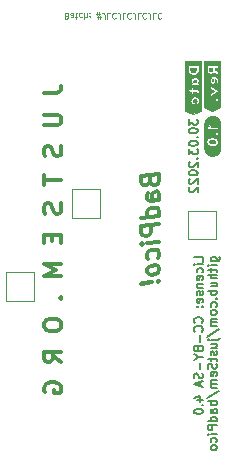
<source format=gbr>
%TF.GenerationSoftware,KiCad,Pcbnew,(6.0.2-0)*%
%TF.CreationDate,2022-03-31T23:17:21+02:00*%
%TF.ProjectId,BadPico,42616450-6963-46f2-9e6b-696361645f70,rev?*%
%TF.SameCoordinates,Original*%
%TF.FileFunction,Legend,Bot*%
%TF.FilePolarity,Positive*%
%FSLAX46Y46*%
G04 Gerber Fmt 4.6, Leading zero omitted, Abs format (unit mm)*
G04 Created by KiCad (PCBNEW (6.0.2-0)) date 2022-03-31 23:17:21*
%MOMM*%
%LPD*%
G01*
G04 APERTURE LIST*
%ADD10C,0.300000*%
%ADD11C,0.150000*%
%ADD12C,0.100000*%
%ADD13C,0.120000*%
%ADD14C,0.010000*%
G04 APERTURE END LIST*
D10*
X107343571Y-37365714D02*
X108415000Y-37365714D01*
X108629285Y-37294285D01*
X108772142Y-37151428D01*
X108843571Y-36937142D01*
X108843571Y-36794285D01*
X107343571Y-39222857D02*
X108557857Y-39222857D01*
X108700714Y-39294285D01*
X108772142Y-39365714D01*
X108843571Y-39508571D01*
X108843571Y-39794285D01*
X108772142Y-39937142D01*
X108700714Y-40008571D01*
X108557857Y-40080000D01*
X107343571Y-40080000D01*
X108772142Y-41865714D02*
X108843571Y-42080000D01*
X108843571Y-42437142D01*
X108772142Y-42580000D01*
X108700714Y-42651428D01*
X108557857Y-42722857D01*
X108415000Y-42722857D01*
X108272142Y-42651428D01*
X108200714Y-42580000D01*
X108129285Y-42437142D01*
X108057857Y-42151428D01*
X107986428Y-42008571D01*
X107915000Y-41937142D01*
X107772142Y-41865714D01*
X107629285Y-41865714D01*
X107486428Y-41937142D01*
X107415000Y-42008571D01*
X107343571Y-42151428D01*
X107343571Y-42508571D01*
X107415000Y-42722857D01*
X107343571Y-44294285D02*
X107343571Y-45151428D01*
X108843571Y-44722857D02*
X107343571Y-44722857D01*
X108772142Y-46722857D02*
X108843571Y-46937142D01*
X108843571Y-47294285D01*
X108772142Y-47437142D01*
X108700714Y-47508571D01*
X108557857Y-47580000D01*
X108415000Y-47580000D01*
X108272142Y-47508571D01*
X108200714Y-47437142D01*
X108129285Y-47294285D01*
X108057857Y-47008571D01*
X107986428Y-46865714D01*
X107915000Y-46794285D01*
X107772142Y-46722857D01*
X107629285Y-46722857D01*
X107486428Y-46794285D01*
X107415000Y-46865714D01*
X107343571Y-47008571D01*
X107343571Y-47365714D01*
X107415000Y-47580000D01*
X108057857Y-49365714D02*
X108057857Y-49865714D01*
X108843571Y-50080000D02*
X108843571Y-49365714D01*
X107343571Y-49365714D01*
X107343571Y-50080000D01*
X108843571Y-51865714D02*
X107343571Y-51865714D01*
X108415000Y-52365714D01*
X107343571Y-52865714D01*
X108843571Y-52865714D01*
X108700714Y-54722857D02*
X108772142Y-54794285D01*
X108843571Y-54722857D01*
X108772142Y-54651428D01*
X108700714Y-54722857D01*
X108843571Y-54722857D01*
X107343571Y-56865714D02*
X107343571Y-57151428D01*
X107415000Y-57294285D01*
X107557857Y-57437142D01*
X107843571Y-57508571D01*
X108343571Y-57508571D01*
X108629285Y-57437142D01*
X108772142Y-57294285D01*
X108843571Y-57151428D01*
X108843571Y-56865714D01*
X108772142Y-56722857D01*
X108629285Y-56580000D01*
X108343571Y-56508571D01*
X107843571Y-56508571D01*
X107557857Y-56580000D01*
X107415000Y-56722857D01*
X107343571Y-56865714D01*
X108843571Y-60151428D02*
X108129285Y-59651428D01*
X108843571Y-59294285D02*
X107343571Y-59294285D01*
X107343571Y-59865714D01*
X107415000Y-60008571D01*
X107486428Y-60080000D01*
X107629285Y-60151428D01*
X107843571Y-60151428D01*
X107986428Y-60080000D01*
X108057857Y-60008571D01*
X108129285Y-59865714D01*
X108129285Y-59294285D01*
X107415000Y-62722857D02*
X107343571Y-62580000D01*
X107343571Y-62365714D01*
X107415000Y-62151428D01*
X107557857Y-62008571D01*
X107700714Y-61937142D01*
X107986428Y-61865714D01*
X108200714Y-61865714D01*
X108486428Y-61937142D01*
X108629285Y-62008571D01*
X108772142Y-62151428D01*
X108843571Y-62365714D01*
X108843571Y-62508571D01*
X108772142Y-62722857D01*
X108700714Y-62794285D01*
X108200714Y-62794285D01*
X108200714Y-62508571D01*
D11*
X120819285Y-51635000D02*
X120819285Y-51277857D01*
X120069285Y-51277857D01*
X120819285Y-51885000D02*
X120319285Y-51885000D01*
X120069285Y-51885000D02*
X120105000Y-51849285D01*
X120140714Y-51885000D01*
X120105000Y-51920714D01*
X120069285Y-51885000D01*
X120140714Y-51885000D01*
X120783571Y-52563571D02*
X120819285Y-52492142D01*
X120819285Y-52349285D01*
X120783571Y-52277857D01*
X120747857Y-52242142D01*
X120676428Y-52206428D01*
X120462142Y-52206428D01*
X120390714Y-52242142D01*
X120355000Y-52277857D01*
X120319285Y-52349285D01*
X120319285Y-52492142D01*
X120355000Y-52563571D01*
X120783571Y-53170714D02*
X120819285Y-53099285D01*
X120819285Y-52956428D01*
X120783571Y-52885000D01*
X120712142Y-52849285D01*
X120426428Y-52849285D01*
X120355000Y-52885000D01*
X120319285Y-52956428D01*
X120319285Y-53099285D01*
X120355000Y-53170714D01*
X120426428Y-53206428D01*
X120497857Y-53206428D01*
X120569285Y-52849285D01*
X120319285Y-53527857D02*
X120819285Y-53527857D01*
X120390714Y-53527857D02*
X120355000Y-53563571D01*
X120319285Y-53635000D01*
X120319285Y-53742142D01*
X120355000Y-53813571D01*
X120426428Y-53849285D01*
X120819285Y-53849285D01*
X120783571Y-54170714D02*
X120819285Y-54242142D01*
X120819285Y-54385000D01*
X120783571Y-54456428D01*
X120712142Y-54492142D01*
X120676428Y-54492142D01*
X120605000Y-54456428D01*
X120569285Y-54385000D01*
X120569285Y-54277857D01*
X120533571Y-54206428D01*
X120462142Y-54170714D01*
X120426428Y-54170714D01*
X120355000Y-54206428D01*
X120319285Y-54277857D01*
X120319285Y-54385000D01*
X120355000Y-54456428D01*
X120783571Y-55099285D02*
X120819285Y-55027857D01*
X120819285Y-54885000D01*
X120783571Y-54813571D01*
X120712142Y-54777857D01*
X120426428Y-54777857D01*
X120355000Y-54813571D01*
X120319285Y-54885000D01*
X120319285Y-55027857D01*
X120355000Y-55099285D01*
X120426428Y-55135000D01*
X120497857Y-55135000D01*
X120569285Y-54777857D01*
X120747857Y-55456428D02*
X120783571Y-55492142D01*
X120819285Y-55456428D01*
X120783571Y-55420714D01*
X120747857Y-55456428D01*
X120819285Y-55456428D01*
X120355000Y-55456428D02*
X120390714Y-55492142D01*
X120426428Y-55456428D01*
X120390714Y-55420714D01*
X120355000Y-55456428D01*
X120426428Y-55456428D01*
X120747857Y-56813571D02*
X120783571Y-56777857D01*
X120819285Y-56670714D01*
X120819285Y-56599285D01*
X120783571Y-56492142D01*
X120712142Y-56420714D01*
X120640714Y-56385000D01*
X120497857Y-56349285D01*
X120390714Y-56349285D01*
X120247857Y-56385000D01*
X120176428Y-56420714D01*
X120105000Y-56492142D01*
X120069285Y-56599285D01*
X120069285Y-56670714D01*
X120105000Y-56777857D01*
X120140714Y-56813571D01*
X120747857Y-57563571D02*
X120783571Y-57527857D01*
X120819285Y-57420714D01*
X120819285Y-57349285D01*
X120783571Y-57242142D01*
X120712142Y-57170714D01*
X120640714Y-57135000D01*
X120497857Y-57099285D01*
X120390714Y-57099285D01*
X120247857Y-57135000D01*
X120176428Y-57170714D01*
X120105000Y-57242142D01*
X120069285Y-57349285D01*
X120069285Y-57420714D01*
X120105000Y-57527857D01*
X120140714Y-57563571D01*
X120533571Y-57885000D02*
X120533571Y-58456428D01*
X120426428Y-59063571D02*
X120462142Y-59170714D01*
X120497857Y-59206428D01*
X120569285Y-59242142D01*
X120676428Y-59242142D01*
X120747857Y-59206428D01*
X120783571Y-59170714D01*
X120819285Y-59099285D01*
X120819285Y-58813571D01*
X120069285Y-58813571D01*
X120069285Y-59063571D01*
X120105000Y-59135000D01*
X120140714Y-59170714D01*
X120212142Y-59206428D01*
X120283571Y-59206428D01*
X120355000Y-59170714D01*
X120390714Y-59135000D01*
X120426428Y-59063571D01*
X120426428Y-58813571D01*
X120462142Y-59706428D02*
X120819285Y-59706428D01*
X120069285Y-59456428D02*
X120462142Y-59706428D01*
X120069285Y-59956428D01*
X120533571Y-60206428D02*
X120533571Y-60777857D01*
X120783571Y-61099285D02*
X120819285Y-61206428D01*
X120819285Y-61385000D01*
X120783571Y-61456428D01*
X120747857Y-61492142D01*
X120676428Y-61527857D01*
X120605000Y-61527857D01*
X120533571Y-61492142D01*
X120497857Y-61456428D01*
X120462142Y-61385000D01*
X120426428Y-61242142D01*
X120390714Y-61170714D01*
X120355000Y-61135000D01*
X120283571Y-61099285D01*
X120212142Y-61099285D01*
X120140714Y-61135000D01*
X120105000Y-61170714D01*
X120069285Y-61242142D01*
X120069285Y-61420714D01*
X120105000Y-61527857D01*
X120605000Y-61813571D02*
X120605000Y-62170714D01*
X120819285Y-61742142D02*
X120069285Y-61992142D01*
X120819285Y-62242142D01*
X120319285Y-63385000D02*
X120819285Y-63385000D01*
X120033571Y-63206428D02*
X120569285Y-63027857D01*
X120569285Y-63492142D01*
X120747857Y-63777857D02*
X120783571Y-63813571D01*
X120819285Y-63777857D01*
X120783571Y-63742142D01*
X120747857Y-63777857D01*
X120819285Y-63777857D01*
X120069285Y-64277857D02*
X120069285Y-64349285D01*
X120105000Y-64420714D01*
X120140714Y-64456428D01*
X120212142Y-64492142D01*
X120355000Y-64527857D01*
X120533571Y-64527857D01*
X120676428Y-64492142D01*
X120747857Y-64456428D01*
X120783571Y-64420714D01*
X120819285Y-64349285D01*
X120819285Y-64277857D01*
X120783571Y-64206428D01*
X120747857Y-64170714D01*
X120676428Y-64135000D01*
X120533571Y-64099285D01*
X120355000Y-64099285D01*
X120212142Y-64135000D01*
X120140714Y-64170714D01*
X120105000Y-64206428D01*
X120069285Y-64277857D01*
X119619285Y-39597857D02*
X119619285Y-40062142D01*
X119905000Y-39812142D01*
X119905000Y-39919285D01*
X119940714Y-39990714D01*
X119976428Y-40026428D01*
X120047857Y-40062142D01*
X120226428Y-40062142D01*
X120297857Y-40026428D01*
X120333571Y-39990714D01*
X120369285Y-39919285D01*
X120369285Y-39705000D01*
X120333571Y-39633571D01*
X120297857Y-39597857D01*
X119619285Y-40526428D02*
X119619285Y-40597857D01*
X119655000Y-40669285D01*
X119690714Y-40705000D01*
X119762142Y-40740714D01*
X119905000Y-40776428D01*
X120083571Y-40776428D01*
X120226428Y-40740714D01*
X120297857Y-40705000D01*
X120333571Y-40669285D01*
X120369285Y-40597857D01*
X120369285Y-40526428D01*
X120333571Y-40455000D01*
X120297857Y-40419285D01*
X120226428Y-40383571D01*
X120083571Y-40347857D01*
X119905000Y-40347857D01*
X119762142Y-40383571D01*
X119690714Y-40419285D01*
X119655000Y-40455000D01*
X119619285Y-40526428D01*
X120297857Y-41097857D02*
X120333571Y-41133571D01*
X120369285Y-41097857D01*
X120333571Y-41062142D01*
X120297857Y-41097857D01*
X120369285Y-41097857D01*
X119619285Y-41597857D02*
X119619285Y-41669285D01*
X119655000Y-41740714D01*
X119690714Y-41776428D01*
X119762142Y-41812142D01*
X119905000Y-41847857D01*
X120083571Y-41847857D01*
X120226428Y-41812142D01*
X120297857Y-41776428D01*
X120333571Y-41740714D01*
X120369285Y-41669285D01*
X120369285Y-41597857D01*
X120333571Y-41526428D01*
X120297857Y-41490714D01*
X120226428Y-41455000D01*
X120083571Y-41419285D01*
X119905000Y-41419285D01*
X119762142Y-41455000D01*
X119690714Y-41490714D01*
X119655000Y-41526428D01*
X119619285Y-41597857D01*
X119619285Y-42097857D02*
X119619285Y-42562142D01*
X119905000Y-42312142D01*
X119905000Y-42419285D01*
X119940714Y-42490714D01*
X119976428Y-42526428D01*
X120047857Y-42562142D01*
X120226428Y-42562142D01*
X120297857Y-42526428D01*
X120333571Y-42490714D01*
X120369285Y-42419285D01*
X120369285Y-42205000D01*
X120333571Y-42133571D01*
X120297857Y-42097857D01*
X120297857Y-42883571D02*
X120333571Y-42919285D01*
X120369285Y-42883571D01*
X120333571Y-42847857D01*
X120297857Y-42883571D01*
X120369285Y-42883571D01*
X119690714Y-43205000D02*
X119655000Y-43240714D01*
X119619285Y-43312142D01*
X119619285Y-43490714D01*
X119655000Y-43562142D01*
X119690714Y-43597857D01*
X119762142Y-43633571D01*
X119833571Y-43633571D01*
X119940714Y-43597857D01*
X120369285Y-43169285D01*
X120369285Y-43633571D01*
X119619285Y-44097857D02*
X119619285Y-44169285D01*
X119655000Y-44240714D01*
X119690714Y-44276428D01*
X119762142Y-44312142D01*
X119905000Y-44347857D01*
X120083571Y-44347857D01*
X120226428Y-44312142D01*
X120297857Y-44276428D01*
X120333571Y-44240714D01*
X120369285Y-44169285D01*
X120369285Y-44097857D01*
X120333571Y-44026428D01*
X120297857Y-43990714D01*
X120226428Y-43955000D01*
X120083571Y-43919285D01*
X119905000Y-43919285D01*
X119762142Y-43955000D01*
X119690714Y-43990714D01*
X119655000Y-44026428D01*
X119619285Y-44097857D01*
X119690714Y-44633571D02*
X119655000Y-44669285D01*
X119619285Y-44740714D01*
X119619285Y-44919285D01*
X119655000Y-44990714D01*
X119690714Y-45026428D01*
X119762142Y-45062142D01*
X119833571Y-45062142D01*
X119940714Y-45026428D01*
X120369285Y-44597857D01*
X120369285Y-45062142D01*
X119690714Y-45347857D02*
X119655000Y-45383571D01*
X119619285Y-45455000D01*
X119619285Y-45633571D01*
X119655000Y-45705000D01*
X119690714Y-45740714D01*
X119762142Y-45776428D01*
X119833571Y-45776428D01*
X119940714Y-45740714D01*
X120369285Y-45312142D01*
X120369285Y-45776428D01*
D10*
X116332857Y-44845491D02*
X116404285Y-45050848D01*
X116475714Y-45113348D01*
X116618571Y-45166919D01*
X116832857Y-45140133D01*
X116975714Y-45050848D01*
X117047142Y-44970491D01*
X117118571Y-44818705D01*
X117118571Y-44247276D01*
X115618571Y-44434776D01*
X115618571Y-44934776D01*
X115690000Y-45068705D01*
X115761428Y-45131205D01*
X115904285Y-45184776D01*
X116047142Y-45166919D01*
X116190000Y-45077633D01*
X116261428Y-44997276D01*
X116332857Y-44845491D01*
X116332857Y-44345491D01*
X117118571Y-46390133D02*
X116332857Y-46488348D01*
X116190000Y-46434776D01*
X116118571Y-46300848D01*
X116118571Y-46015133D01*
X116190000Y-45863348D01*
X117047142Y-46399062D02*
X117118571Y-46247276D01*
X117118571Y-45890133D01*
X117047142Y-45756205D01*
X116904285Y-45702633D01*
X116761428Y-45720491D01*
X116618571Y-45809776D01*
X116547142Y-45961562D01*
X116547142Y-46318705D01*
X116475714Y-46470491D01*
X117118571Y-47747276D02*
X115618571Y-47934776D01*
X117047142Y-47756205D02*
X117118571Y-47604419D01*
X117118571Y-47318705D01*
X117047142Y-47184776D01*
X116975714Y-47122276D01*
X116832857Y-47068705D01*
X116404285Y-47122276D01*
X116261428Y-47211562D01*
X116190000Y-47291919D01*
X116118571Y-47443705D01*
X116118571Y-47729419D01*
X116190000Y-47863348D01*
X117118571Y-48461562D02*
X115618571Y-48649062D01*
X115618571Y-49220491D01*
X115690000Y-49354419D01*
X115761428Y-49416919D01*
X115904285Y-49470491D01*
X116118571Y-49443705D01*
X116261428Y-49354419D01*
X116332857Y-49274062D01*
X116404285Y-49122276D01*
X116404285Y-48550848D01*
X117118571Y-49961562D02*
X116118571Y-50086562D01*
X115618571Y-50149062D02*
X115690000Y-50068705D01*
X115761428Y-50131205D01*
X115690000Y-50211562D01*
X115618571Y-50149062D01*
X115761428Y-50131205D01*
X117047142Y-51327633D02*
X117118571Y-51175848D01*
X117118571Y-50890133D01*
X117047142Y-50756205D01*
X116975714Y-50693705D01*
X116832857Y-50640133D01*
X116404285Y-50693705D01*
X116261428Y-50782991D01*
X116190000Y-50863348D01*
X116118571Y-51015133D01*
X116118571Y-51300848D01*
X116190000Y-51434776D01*
X117118571Y-52175848D02*
X117047142Y-52041919D01*
X116975714Y-51979419D01*
X116832857Y-51925848D01*
X116404285Y-51979419D01*
X116261428Y-52068705D01*
X116190000Y-52149062D01*
X116118571Y-52300848D01*
X116118571Y-52515133D01*
X116190000Y-52649062D01*
X116261428Y-52711562D01*
X116404285Y-52765133D01*
X116832857Y-52711562D01*
X116975714Y-52622276D01*
X117047142Y-52541919D01*
X117118571Y-52390133D01*
X117118571Y-52175848D01*
X116975714Y-53336562D02*
X117047142Y-53399062D01*
X117118571Y-53318705D01*
X117047142Y-53256205D01*
X116975714Y-53336562D01*
X117118571Y-53318705D01*
X116547142Y-53390133D02*
X115690000Y-53425848D01*
X115618571Y-53506205D01*
X115690000Y-53568705D01*
X116547142Y-53390133D01*
X115618571Y-53506205D01*
D11*
X121479285Y-51603571D02*
X122086428Y-51603571D01*
X122157857Y-51567857D01*
X122193571Y-51532142D01*
X122229285Y-51460714D01*
X122229285Y-51353571D01*
X122193571Y-51282142D01*
X121943571Y-51603571D02*
X121979285Y-51532142D01*
X121979285Y-51389285D01*
X121943571Y-51317857D01*
X121907857Y-51282142D01*
X121836428Y-51246428D01*
X121622142Y-51246428D01*
X121550714Y-51282142D01*
X121515000Y-51317857D01*
X121479285Y-51389285D01*
X121479285Y-51532142D01*
X121515000Y-51603571D01*
X121979285Y-51960714D02*
X121479285Y-51960714D01*
X121229285Y-51960714D02*
X121265000Y-51925000D01*
X121300714Y-51960714D01*
X121265000Y-51996428D01*
X121229285Y-51960714D01*
X121300714Y-51960714D01*
X121479285Y-52210714D02*
X121479285Y-52496428D01*
X121229285Y-52317857D02*
X121872142Y-52317857D01*
X121943571Y-52353571D01*
X121979285Y-52425000D01*
X121979285Y-52496428D01*
X121979285Y-52746428D02*
X121229285Y-52746428D01*
X121979285Y-53067857D02*
X121586428Y-53067857D01*
X121515000Y-53032142D01*
X121479285Y-52960714D01*
X121479285Y-52853571D01*
X121515000Y-52782142D01*
X121550714Y-52746428D01*
X121479285Y-53746428D02*
X121979285Y-53746428D01*
X121479285Y-53425000D02*
X121872142Y-53425000D01*
X121943571Y-53460714D01*
X121979285Y-53532142D01*
X121979285Y-53639285D01*
X121943571Y-53710714D01*
X121907857Y-53746428D01*
X121979285Y-54103571D02*
X121229285Y-54103571D01*
X121515000Y-54103571D02*
X121479285Y-54175000D01*
X121479285Y-54317857D01*
X121515000Y-54389285D01*
X121550714Y-54425000D01*
X121622142Y-54460714D01*
X121836428Y-54460714D01*
X121907857Y-54425000D01*
X121943571Y-54389285D01*
X121979285Y-54317857D01*
X121979285Y-54175000D01*
X121943571Y-54103571D01*
X121907857Y-54782142D02*
X121943571Y-54817857D01*
X121979285Y-54782142D01*
X121943571Y-54746428D01*
X121907857Y-54782142D01*
X121979285Y-54782142D01*
X121943571Y-55460714D02*
X121979285Y-55389285D01*
X121979285Y-55246428D01*
X121943571Y-55175000D01*
X121907857Y-55139285D01*
X121836428Y-55103571D01*
X121622142Y-55103571D01*
X121550714Y-55139285D01*
X121515000Y-55175000D01*
X121479285Y-55246428D01*
X121479285Y-55389285D01*
X121515000Y-55460714D01*
X121979285Y-55889285D02*
X121943571Y-55817857D01*
X121907857Y-55782142D01*
X121836428Y-55746428D01*
X121622142Y-55746428D01*
X121550714Y-55782142D01*
X121515000Y-55817857D01*
X121479285Y-55889285D01*
X121479285Y-55996428D01*
X121515000Y-56067857D01*
X121550714Y-56103571D01*
X121622142Y-56139285D01*
X121836428Y-56139285D01*
X121907857Y-56103571D01*
X121943571Y-56067857D01*
X121979285Y-55996428D01*
X121979285Y-55889285D01*
X121979285Y-56460714D02*
X121479285Y-56460714D01*
X121550714Y-56460714D02*
X121515000Y-56496428D01*
X121479285Y-56567857D01*
X121479285Y-56675000D01*
X121515000Y-56746428D01*
X121586428Y-56782142D01*
X121979285Y-56782142D01*
X121586428Y-56782142D02*
X121515000Y-56817857D01*
X121479285Y-56889285D01*
X121479285Y-56996428D01*
X121515000Y-57067857D01*
X121586428Y-57103571D01*
X121979285Y-57103571D01*
X121193571Y-57996428D02*
X122157857Y-57353571D01*
X121479285Y-58246428D02*
X122122142Y-58246428D01*
X122193571Y-58210714D01*
X122229285Y-58139285D01*
X122229285Y-58103571D01*
X121229285Y-58246428D02*
X121265000Y-58210714D01*
X121300714Y-58246428D01*
X121265000Y-58282142D01*
X121229285Y-58246428D01*
X121300714Y-58246428D01*
X121479285Y-58925000D02*
X121979285Y-58925000D01*
X121479285Y-58603571D02*
X121872142Y-58603571D01*
X121943571Y-58639285D01*
X121979285Y-58710714D01*
X121979285Y-58817857D01*
X121943571Y-58889285D01*
X121907857Y-58925000D01*
X121943571Y-59246428D02*
X121979285Y-59317857D01*
X121979285Y-59460714D01*
X121943571Y-59532142D01*
X121872142Y-59567857D01*
X121836428Y-59567857D01*
X121765000Y-59532142D01*
X121729285Y-59460714D01*
X121729285Y-59353571D01*
X121693571Y-59282142D01*
X121622142Y-59246428D01*
X121586428Y-59246428D01*
X121515000Y-59282142D01*
X121479285Y-59353571D01*
X121479285Y-59460714D01*
X121515000Y-59532142D01*
X121479285Y-59782142D02*
X121479285Y-60067857D01*
X121229285Y-59889285D02*
X121872142Y-59889285D01*
X121943571Y-59925000D01*
X121979285Y-59996428D01*
X121979285Y-60067857D01*
X121943571Y-60282142D02*
X121979285Y-60389285D01*
X121979285Y-60567857D01*
X121943571Y-60639285D01*
X121907857Y-60675000D01*
X121836428Y-60710714D01*
X121765000Y-60710714D01*
X121693571Y-60675000D01*
X121657857Y-60639285D01*
X121622142Y-60567857D01*
X121586428Y-60425000D01*
X121550714Y-60353571D01*
X121515000Y-60317857D01*
X121443571Y-60282142D01*
X121372142Y-60282142D01*
X121300714Y-60317857D01*
X121265000Y-60353571D01*
X121229285Y-60425000D01*
X121229285Y-60603571D01*
X121265000Y-60710714D01*
X121943571Y-61317857D02*
X121979285Y-61246428D01*
X121979285Y-61103571D01*
X121943571Y-61032142D01*
X121872142Y-60996428D01*
X121586428Y-60996428D01*
X121515000Y-61032142D01*
X121479285Y-61103571D01*
X121479285Y-61246428D01*
X121515000Y-61317857D01*
X121586428Y-61353571D01*
X121657857Y-61353571D01*
X121729285Y-60996428D01*
X121979285Y-61675000D02*
X121479285Y-61675000D01*
X121550714Y-61675000D02*
X121515000Y-61710714D01*
X121479285Y-61782142D01*
X121479285Y-61889285D01*
X121515000Y-61960714D01*
X121586428Y-61996428D01*
X121979285Y-61996428D01*
X121586428Y-61996428D02*
X121515000Y-62032142D01*
X121479285Y-62103571D01*
X121479285Y-62210714D01*
X121515000Y-62282142D01*
X121586428Y-62317857D01*
X121979285Y-62317857D01*
X121193571Y-63210714D02*
X122157857Y-62567857D01*
X121979285Y-63460714D02*
X121229285Y-63460714D01*
X121515000Y-63460714D02*
X121479285Y-63532142D01*
X121479285Y-63675000D01*
X121515000Y-63746428D01*
X121550714Y-63782142D01*
X121622142Y-63817857D01*
X121836428Y-63817857D01*
X121907857Y-63782142D01*
X121943571Y-63746428D01*
X121979285Y-63675000D01*
X121979285Y-63532142D01*
X121943571Y-63460714D01*
X121979285Y-64460714D02*
X121586428Y-64460714D01*
X121515000Y-64425000D01*
X121479285Y-64353571D01*
X121479285Y-64210714D01*
X121515000Y-64139285D01*
X121943571Y-64460714D02*
X121979285Y-64389285D01*
X121979285Y-64210714D01*
X121943571Y-64139285D01*
X121872142Y-64103571D01*
X121800714Y-64103571D01*
X121729285Y-64139285D01*
X121693571Y-64210714D01*
X121693571Y-64389285D01*
X121657857Y-64460714D01*
X121979285Y-65139285D02*
X121229285Y-65139285D01*
X121943571Y-65139285D02*
X121979285Y-65067857D01*
X121979285Y-64925000D01*
X121943571Y-64853571D01*
X121907857Y-64817857D01*
X121836428Y-64782142D01*
X121622142Y-64782142D01*
X121550714Y-64817857D01*
X121515000Y-64853571D01*
X121479285Y-64925000D01*
X121479285Y-65067857D01*
X121515000Y-65139285D01*
X121979285Y-65496428D02*
X121229285Y-65496428D01*
X121229285Y-65782142D01*
X121265000Y-65853571D01*
X121300714Y-65889285D01*
X121372142Y-65925000D01*
X121479285Y-65925000D01*
X121550714Y-65889285D01*
X121586428Y-65853571D01*
X121622142Y-65782142D01*
X121622142Y-65496428D01*
X121979285Y-66246428D02*
X121479285Y-66246428D01*
X121229285Y-66246428D02*
X121265000Y-66210714D01*
X121300714Y-66246428D01*
X121265000Y-66282142D01*
X121229285Y-66246428D01*
X121300714Y-66246428D01*
X121943571Y-66925000D02*
X121979285Y-66853571D01*
X121979285Y-66710714D01*
X121943571Y-66639285D01*
X121907857Y-66603571D01*
X121836428Y-66567857D01*
X121622142Y-66567857D01*
X121550714Y-66603571D01*
X121515000Y-66639285D01*
X121479285Y-66710714D01*
X121479285Y-66853571D01*
X121515000Y-66925000D01*
X121979285Y-67353571D02*
X121943571Y-67282142D01*
X121907857Y-67246428D01*
X121836428Y-67210714D01*
X121622142Y-67210714D01*
X121550714Y-67246428D01*
X121515000Y-67282142D01*
X121479285Y-67353571D01*
X121479285Y-67460714D01*
X121515000Y-67532142D01*
X121550714Y-67567857D01*
X121622142Y-67603571D01*
X121836428Y-67603571D01*
X121907857Y-67567857D01*
X121943571Y-67532142D01*
X121979285Y-67460714D01*
X121979285Y-67353571D01*
D12*
X109285238Y-30845714D02*
X109356666Y-30821904D01*
X109380476Y-30798095D01*
X109404285Y-30750476D01*
X109404285Y-30679047D01*
X109380476Y-30631428D01*
X109356666Y-30607619D01*
X109309047Y-30583809D01*
X109118571Y-30583809D01*
X109118571Y-31083809D01*
X109285238Y-31083809D01*
X109332857Y-31060000D01*
X109356666Y-31036190D01*
X109380476Y-30988571D01*
X109380476Y-30940952D01*
X109356666Y-30893333D01*
X109332857Y-30869523D01*
X109285238Y-30845714D01*
X109118571Y-30845714D01*
X109832857Y-30583809D02*
X109832857Y-30845714D01*
X109809047Y-30893333D01*
X109761428Y-30917142D01*
X109666190Y-30917142D01*
X109618571Y-30893333D01*
X109832857Y-30607619D02*
X109785238Y-30583809D01*
X109666190Y-30583809D01*
X109618571Y-30607619D01*
X109594761Y-30655238D01*
X109594761Y-30702857D01*
X109618571Y-30750476D01*
X109666190Y-30774285D01*
X109785238Y-30774285D01*
X109832857Y-30798095D01*
X109999523Y-30917142D02*
X110190000Y-30917142D01*
X110070952Y-31083809D02*
X110070952Y-30655238D01*
X110094761Y-30607619D01*
X110142380Y-30583809D01*
X110190000Y-30583809D01*
X110570952Y-30607619D02*
X110523333Y-30583809D01*
X110428095Y-30583809D01*
X110380476Y-30607619D01*
X110356666Y-30631428D01*
X110332857Y-30679047D01*
X110332857Y-30821904D01*
X110356666Y-30869523D01*
X110380476Y-30893333D01*
X110428095Y-30917142D01*
X110523333Y-30917142D01*
X110570952Y-30893333D01*
X110785238Y-30583809D02*
X110785238Y-31083809D01*
X110999523Y-30583809D02*
X110999523Y-30845714D01*
X110975714Y-30893333D01*
X110928095Y-30917142D01*
X110856666Y-30917142D01*
X110809047Y-30893333D01*
X110785238Y-30869523D01*
X111237619Y-30631428D02*
X111261428Y-30607619D01*
X111237619Y-30583809D01*
X111213809Y-30607619D01*
X111237619Y-30631428D01*
X111237619Y-30583809D01*
X111237619Y-30893333D02*
X111261428Y-30869523D01*
X111237619Y-30845714D01*
X111213809Y-30869523D01*
X111237619Y-30893333D01*
X111237619Y-30845714D01*
X111832857Y-30917142D02*
X112190000Y-30917142D01*
X111975714Y-31131428D02*
X111832857Y-30488571D01*
X112142380Y-30702857D02*
X111785238Y-30702857D01*
X111999523Y-30488571D02*
X112142380Y-31131428D01*
X112499523Y-31083809D02*
X112499523Y-30726666D01*
X112475714Y-30655238D01*
X112428095Y-30607619D01*
X112356666Y-30583809D01*
X112309047Y-30583809D01*
X112975714Y-30583809D02*
X112737619Y-30583809D01*
X112737619Y-31083809D01*
X113428095Y-30631428D02*
X113404285Y-30607619D01*
X113332857Y-30583809D01*
X113285238Y-30583809D01*
X113213809Y-30607619D01*
X113166190Y-30655238D01*
X113142380Y-30702857D01*
X113118571Y-30798095D01*
X113118571Y-30869523D01*
X113142380Y-30964761D01*
X113166190Y-31012380D01*
X113213809Y-31060000D01*
X113285238Y-31083809D01*
X113332857Y-31083809D01*
X113404285Y-31060000D01*
X113428095Y-31036190D01*
X113785238Y-31083809D02*
X113785238Y-30726666D01*
X113761428Y-30655238D01*
X113713809Y-30607619D01*
X113642380Y-30583809D01*
X113594761Y-30583809D01*
X114261428Y-30583809D02*
X114023333Y-30583809D01*
X114023333Y-31083809D01*
X114713809Y-30631428D02*
X114690000Y-30607619D01*
X114618571Y-30583809D01*
X114570952Y-30583809D01*
X114499523Y-30607619D01*
X114451904Y-30655238D01*
X114428095Y-30702857D01*
X114404285Y-30798095D01*
X114404285Y-30869523D01*
X114428095Y-30964761D01*
X114451904Y-31012380D01*
X114499523Y-31060000D01*
X114570952Y-31083809D01*
X114618571Y-31083809D01*
X114690000Y-31060000D01*
X114713809Y-31036190D01*
X115070952Y-31083809D02*
X115070952Y-30726666D01*
X115047142Y-30655238D01*
X114999523Y-30607619D01*
X114928095Y-30583809D01*
X114880476Y-30583809D01*
X115547142Y-30583809D02*
X115309047Y-30583809D01*
X115309047Y-31083809D01*
X115999523Y-30631428D02*
X115975714Y-30607619D01*
X115904285Y-30583809D01*
X115856666Y-30583809D01*
X115785238Y-30607619D01*
X115737619Y-30655238D01*
X115713809Y-30702857D01*
X115690000Y-30798095D01*
X115690000Y-30869523D01*
X115713809Y-30964761D01*
X115737619Y-31012380D01*
X115785238Y-31060000D01*
X115856666Y-31083809D01*
X115904285Y-31083809D01*
X115975714Y-31060000D01*
X115999523Y-31036190D01*
X116356666Y-31083809D02*
X116356666Y-30726666D01*
X116332857Y-30655238D01*
X116285238Y-30607619D01*
X116213809Y-30583809D01*
X116166190Y-30583809D01*
X116832857Y-30583809D02*
X116594761Y-30583809D01*
X116594761Y-31083809D01*
X117285238Y-30631428D02*
X117261428Y-30607619D01*
X117190000Y-30583809D01*
X117142380Y-30583809D01*
X117070952Y-30607619D01*
X117023333Y-30655238D01*
X116999523Y-30702857D01*
X116975714Y-30798095D01*
X116975714Y-30869523D01*
X116999523Y-30964761D01*
X117023333Y-31012380D01*
X117070952Y-31060000D01*
X117142380Y-31083809D01*
X117190000Y-31083809D01*
X117261428Y-31060000D01*
X117285238Y-31036190D01*
D11*
%TO.C,*%
D13*
%TO.C,TP4*%
X119545000Y-47325000D02*
X119545000Y-49725000D01*
X121945000Y-49725000D02*
X121945000Y-47325000D01*
X119545000Y-49725000D02*
X121945000Y-49725000D01*
X121945000Y-47325000D02*
X119545000Y-47325000D01*
%TO.C,TP3*%
X112120000Y-47935000D02*
X112120000Y-45535000D01*
X112120000Y-45535000D02*
X109720000Y-45535000D01*
X109720000Y-47935000D02*
X112120000Y-47935000D01*
X109720000Y-45535000D02*
X109720000Y-47935000D01*
%TO.C,TP5*%
X104155000Y-52565000D02*
X104155000Y-54965000D01*
X106555000Y-52565000D02*
X104155000Y-52565000D01*
X106555000Y-54965000D02*
X106555000Y-52565000D01*
X104155000Y-54965000D02*
X106555000Y-54965000D01*
D14*
%TO.C,*%
X119320000Y-34960000D02*
X119320000Y-34620000D01*
X119320000Y-34620000D02*
X120680000Y-34620000D01*
X120680000Y-34620000D02*
X120680000Y-38850000D01*
X120680000Y-38850000D02*
X120000000Y-39180000D01*
X120000000Y-39180000D02*
X119320000Y-38850000D01*
X119320000Y-38850000D02*
X119320000Y-34960000D01*
X119320000Y-34960000D02*
X119530000Y-35040000D01*
X119530000Y-35040000D02*
X119530000Y-35060000D01*
X119530000Y-35060000D02*
X119520000Y-35080000D01*
X119520000Y-35080000D02*
X119520000Y-35130000D01*
X119520000Y-35130000D02*
X119520000Y-35370000D01*
X119520000Y-35370000D02*
X119520000Y-35400000D01*
X119520000Y-35400000D02*
X119520000Y-35440000D01*
X119520000Y-35440000D02*
X119530000Y-35470000D01*
X119530000Y-35470000D02*
X119540000Y-35510000D01*
X119540000Y-35510000D02*
X119550000Y-35540000D01*
X119550000Y-35540000D02*
X119570000Y-35580000D01*
X119570000Y-35580000D02*
X119590000Y-35620000D01*
X119590000Y-35620000D02*
X119620000Y-35650000D01*
X119620000Y-35650000D02*
X119650000Y-35690000D01*
X119650000Y-35690000D02*
X119680000Y-35720000D01*
X119680000Y-35720000D02*
X119720000Y-35750000D01*
X119720000Y-35750000D02*
X119750000Y-35770000D01*
X119750000Y-35770000D02*
X119790000Y-35790000D01*
X119790000Y-35790000D02*
X119830000Y-35810000D01*
X119830000Y-35810000D02*
X119870000Y-35820000D01*
X119870000Y-35820000D02*
X119920000Y-35830000D01*
X119920000Y-35830000D02*
X119970000Y-35840000D01*
X119970000Y-35840000D02*
X120020000Y-35840000D01*
X120020000Y-35840000D02*
X120060000Y-35830000D01*
X120060000Y-35830000D02*
X120090000Y-36020000D01*
X120090000Y-36020000D02*
X120060000Y-36030000D01*
X120060000Y-36030000D02*
X120030000Y-36040000D01*
X120030000Y-36040000D02*
X120000000Y-36050000D01*
X120000000Y-36050000D02*
X119960000Y-36060000D01*
X119960000Y-36060000D02*
X119930000Y-36080000D01*
X119930000Y-36080000D02*
X119900000Y-36110000D01*
X119900000Y-36110000D02*
X119870000Y-36130000D01*
X119870000Y-36130000D02*
X119850000Y-36160000D01*
X119850000Y-36160000D02*
X119830000Y-36190000D01*
X119830000Y-36190000D02*
X119810000Y-36220000D01*
X119810000Y-36220000D02*
X119800000Y-36250000D01*
X119800000Y-36250000D02*
X119790000Y-36290000D01*
X119790000Y-36290000D02*
X119790000Y-36320000D01*
X119790000Y-36320000D02*
X119790000Y-36350000D01*
X119790000Y-36350000D02*
X119800000Y-36380000D01*
X119800000Y-36380000D02*
X119810000Y-36420000D01*
X119810000Y-36420000D02*
X119830000Y-36450000D01*
X119830000Y-36450000D02*
X119840000Y-36470000D01*
X119840000Y-36470000D02*
X119860000Y-36480000D01*
X119860000Y-36480000D02*
X119850000Y-36480000D01*
X119850000Y-36480000D02*
X119830000Y-36490000D01*
X119830000Y-36490000D02*
X119820000Y-36500000D01*
X119820000Y-36500000D02*
X119810000Y-36510000D01*
X119810000Y-36510000D02*
X119800000Y-36520000D01*
X119800000Y-36520000D02*
X119800000Y-36530000D01*
X119800000Y-36530000D02*
X119790000Y-36550000D01*
X119790000Y-36550000D02*
X119790000Y-36570000D01*
X119790000Y-36570000D02*
X119790000Y-36630000D01*
X119790000Y-36630000D02*
X119790000Y-36650000D01*
X119790000Y-36650000D02*
X119800000Y-36670000D01*
X119800000Y-36670000D02*
X119810000Y-36680000D01*
X119810000Y-36680000D02*
X119810000Y-36690000D01*
X119810000Y-36690000D02*
X119850000Y-36700000D01*
X119850000Y-36700000D02*
X119870000Y-36710000D01*
X119870000Y-36710000D02*
X119900000Y-36710000D01*
X119900000Y-36710000D02*
X119910000Y-36900000D01*
X119910000Y-36900000D02*
X119860000Y-36900000D01*
X119860000Y-36900000D02*
X119840000Y-36910000D01*
X119840000Y-36910000D02*
X119820000Y-36920000D01*
X119820000Y-36920000D02*
X119800000Y-36940000D01*
X119800000Y-36940000D02*
X119790000Y-36960000D01*
X119790000Y-36960000D02*
X119790000Y-36980000D01*
X119790000Y-36980000D02*
X119800000Y-37020000D01*
X119800000Y-37020000D02*
X119620000Y-37020000D01*
X119620000Y-37020000D02*
X119600000Y-37030000D01*
X119600000Y-37030000D02*
X119580000Y-37040000D01*
X119580000Y-37040000D02*
X119570000Y-37050000D01*
X119570000Y-37050000D02*
X119560000Y-37070000D01*
X119560000Y-37070000D02*
X119560000Y-37090000D01*
X119560000Y-37090000D02*
X119550000Y-37110000D01*
X119550000Y-37110000D02*
X119550000Y-37140000D01*
X119550000Y-37140000D02*
X119550000Y-37160000D01*
X119550000Y-37160000D02*
X119560000Y-37180000D01*
X119560000Y-37180000D02*
X119560000Y-37200000D01*
X119560000Y-37200000D02*
X119570000Y-37220000D01*
X119570000Y-37220000D02*
X119580000Y-37230000D01*
X119580000Y-37230000D02*
X119590000Y-37240000D01*
X119590000Y-37240000D02*
X119600000Y-37240000D01*
X119600000Y-37240000D02*
X119620000Y-37240000D01*
X119620000Y-37240000D02*
X119660000Y-37250000D01*
X119660000Y-37250000D02*
X119800000Y-37250000D01*
X119800000Y-37250000D02*
X119790000Y-37320000D01*
X119790000Y-37320000D02*
X119790000Y-37370000D01*
X119790000Y-37370000D02*
X119800000Y-37410000D01*
X119800000Y-37410000D02*
X119810000Y-37420000D01*
X119810000Y-37420000D02*
X119820000Y-37430000D01*
X119820000Y-37430000D02*
X119840000Y-37430000D01*
X119840000Y-37430000D02*
X119850000Y-37440000D01*
X119850000Y-37440000D02*
X119900000Y-37440000D01*
X119900000Y-37440000D02*
X119950000Y-37440000D01*
X119950000Y-37440000D02*
X119970000Y-37440000D01*
X119970000Y-37440000D02*
X120020000Y-37670000D01*
X120020000Y-37670000D02*
X119990000Y-37680000D01*
X119990000Y-37680000D02*
X119960000Y-37700000D01*
X119960000Y-37700000D02*
X119930000Y-37710000D01*
X119930000Y-37710000D02*
X119900000Y-37730000D01*
X119900000Y-37730000D02*
X119870000Y-37750000D01*
X119870000Y-37750000D02*
X119850000Y-37780000D01*
X119850000Y-37780000D02*
X119830000Y-37810000D01*
X119830000Y-37810000D02*
X119810000Y-37840000D01*
X119810000Y-37840000D02*
X119790000Y-37870000D01*
X119790000Y-37870000D02*
X119780000Y-37910000D01*
X119780000Y-37910000D02*
X119770000Y-37940000D01*
X119770000Y-37940000D02*
X119770000Y-37980000D01*
X119770000Y-37980000D02*
X119760000Y-38020000D01*
X119760000Y-38020000D02*
X119760000Y-38060000D01*
X119760000Y-38060000D02*
X119770000Y-38100000D01*
X119770000Y-38100000D02*
X119770000Y-38130000D01*
X119770000Y-38130000D02*
X119780000Y-38160000D01*
X119780000Y-38160000D02*
X119800000Y-38190000D01*
X119800000Y-38190000D02*
X119820000Y-38220000D01*
X119820000Y-38220000D02*
X119840000Y-38250000D01*
X119840000Y-38250000D02*
X119860000Y-38270000D01*
X119860000Y-38270000D02*
X119880000Y-38290000D01*
X119880000Y-38290000D02*
X119900000Y-38300000D01*
X119900000Y-38300000D02*
X119940000Y-38320000D01*
X119940000Y-38320000D02*
X119970000Y-38330000D01*
X119970000Y-38330000D02*
X119990000Y-38330000D01*
X119990000Y-38330000D02*
X120020000Y-38340000D01*
X120020000Y-38340000D02*
X120120000Y-38340000D01*
X120120000Y-38340000D02*
X120160000Y-38300000D01*
X120160000Y-38300000D02*
X120170000Y-38280000D01*
X120170000Y-38280000D02*
X120180000Y-38260000D01*
X120180000Y-38260000D02*
X120190000Y-38230000D01*
X120190000Y-38230000D02*
X120190000Y-38210000D01*
X120190000Y-38210000D02*
X120190000Y-37900000D01*
X120190000Y-37900000D02*
X120200000Y-37910000D01*
X120200000Y-37910000D02*
X120220000Y-37910000D01*
X120220000Y-37910000D02*
X120230000Y-37920000D01*
X120230000Y-37920000D02*
X120240000Y-37920000D01*
X120240000Y-37920000D02*
X120260000Y-37950000D01*
X120260000Y-37950000D02*
X120270000Y-37990000D01*
X120270000Y-37990000D02*
X120280000Y-38010000D01*
X120280000Y-38010000D02*
X120280000Y-38030000D01*
X120280000Y-38030000D02*
X120270000Y-38100000D01*
X120270000Y-38100000D02*
X120270000Y-38140000D01*
X120270000Y-38140000D02*
X120250000Y-38170000D01*
X120250000Y-38170000D02*
X120250000Y-38190000D01*
X120250000Y-38190000D02*
X120240000Y-38210000D01*
X120240000Y-38210000D02*
X120240000Y-38220000D01*
X120240000Y-38220000D02*
X120250000Y-38240000D01*
X120250000Y-38240000D02*
X120260000Y-38260000D01*
X120260000Y-38260000D02*
X120280000Y-38270000D01*
X120280000Y-38270000D02*
X120300000Y-38290000D01*
X120300000Y-38290000D02*
X120350000Y-38300000D01*
X120350000Y-38300000D02*
X120360000Y-38300000D01*
X120360000Y-38300000D02*
X120380000Y-38300000D01*
X120380000Y-38300000D02*
X120390000Y-38300000D01*
X120390000Y-38300000D02*
X120400000Y-38290000D01*
X120400000Y-38290000D02*
X120420000Y-38280000D01*
X120420000Y-38280000D02*
X120430000Y-38270000D01*
X120430000Y-38270000D02*
X120440000Y-38250000D01*
X120440000Y-38250000D02*
X120450000Y-38230000D01*
X120450000Y-38230000D02*
X120460000Y-38180000D01*
X120460000Y-38180000D02*
X120470000Y-38130000D01*
X120470000Y-38130000D02*
X120470000Y-38060000D01*
X120470000Y-38060000D02*
X120470000Y-38010000D01*
X120470000Y-38010000D02*
X120470000Y-37970000D01*
X120470000Y-37970000D02*
X120470000Y-37930000D01*
X120470000Y-37930000D02*
X120460000Y-37900000D01*
X120460000Y-37900000D02*
X120450000Y-37860000D01*
X120450000Y-37860000D02*
X120430000Y-37830000D01*
X120430000Y-37830000D02*
X120410000Y-37800000D01*
X120410000Y-37800000D02*
X120400000Y-37770000D01*
X120400000Y-37770000D02*
X120370000Y-37750000D01*
X120370000Y-37750000D02*
X120340000Y-37730000D01*
X120340000Y-37730000D02*
X120310000Y-37710000D01*
X120310000Y-37710000D02*
X120270000Y-37690000D01*
X120270000Y-37690000D02*
X120240000Y-37680000D01*
X120240000Y-37680000D02*
X120200000Y-37670000D01*
X120200000Y-37670000D02*
X120170000Y-37660000D01*
X120170000Y-37660000D02*
X120130000Y-37660000D01*
X120130000Y-37660000D02*
X120090000Y-37660000D01*
X120090000Y-37660000D02*
X120060000Y-37660000D01*
X120060000Y-37660000D02*
X120020000Y-37670000D01*
X120020000Y-37670000D02*
X119970000Y-37440000D01*
X119970000Y-37440000D02*
X119980000Y-37430000D01*
X119980000Y-37430000D02*
X120000000Y-37420000D01*
X120000000Y-37420000D02*
X120010000Y-37410000D01*
X120010000Y-37410000D02*
X120020000Y-37370000D01*
X120020000Y-37370000D02*
X120020000Y-37330000D01*
X120020000Y-37330000D02*
X120010000Y-37250000D01*
X120010000Y-37250000D02*
X120200000Y-37250000D01*
X120200000Y-37250000D02*
X120220000Y-37250000D01*
X120220000Y-37250000D02*
X120240000Y-37260000D01*
X120240000Y-37260000D02*
X120250000Y-37260000D01*
X120250000Y-37260000D02*
X120250000Y-37270000D01*
X120250000Y-37270000D02*
X120260000Y-37290000D01*
X120260000Y-37290000D02*
X120260000Y-37330000D01*
X120260000Y-37330000D02*
X120260000Y-37350000D01*
X120260000Y-37350000D02*
X120270000Y-37380000D01*
X120270000Y-37380000D02*
X120280000Y-37390000D01*
X120280000Y-37390000D02*
X120290000Y-37400000D01*
X120290000Y-37400000D02*
X120310000Y-37400000D01*
X120310000Y-37400000D02*
X120350000Y-37410000D01*
X120350000Y-37410000D02*
X120400000Y-37410000D01*
X120400000Y-37410000D02*
X120420000Y-37400000D01*
X120420000Y-37400000D02*
X120430000Y-37400000D01*
X120430000Y-37400000D02*
X120450000Y-37390000D01*
X120450000Y-37390000D02*
X120460000Y-37380000D01*
X120460000Y-37380000D02*
X120470000Y-37340000D01*
X120470000Y-37340000D02*
X120470000Y-37320000D01*
X120470000Y-37320000D02*
X120470000Y-37270000D01*
X120470000Y-37270000D02*
X120470000Y-37230000D01*
X120470000Y-37230000D02*
X120460000Y-37190000D01*
X120460000Y-37190000D02*
X120450000Y-37150000D01*
X120450000Y-37150000D02*
X120440000Y-37130000D01*
X120440000Y-37130000D02*
X120430000Y-37110000D01*
X120430000Y-37110000D02*
X120420000Y-37090000D01*
X120420000Y-37090000D02*
X120400000Y-37080000D01*
X120400000Y-37080000D02*
X120380000Y-37070000D01*
X120380000Y-37070000D02*
X120370000Y-37060000D01*
X120370000Y-37060000D02*
X120350000Y-37050000D01*
X120350000Y-37050000D02*
X120320000Y-37040000D01*
X120320000Y-37040000D02*
X120280000Y-37030000D01*
X120280000Y-37030000D02*
X120230000Y-37020000D01*
X120230000Y-37020000D02*
X120010000Y-37020000D01*
X120010000Y-37020000D02*
X120020000Y-37000000D01*
X120020000Y-37000000D02*
X120020000Y-36970000D01*
X120020000Y-36970000D02*
X120020000Y-36950000D01*
X120020000Y-36950000D02*
X120010000Y-36940000D01*
X120010000Y-36940000D02*
X120000000Y-36920000D01*
X120000000Y-36920000D02*
X119990000Y-36910000D01*
X119990000Y-36910000D02*
X119970000Y-36910000D01*
X119970000Y-36910000D02*
X119950000Y-36900000D01*
X119950000Y-36900000D02*
X119910000Y-36900000D01*
X119910000Y-36900000D02*
X119900000Y-36710000D01*
X119900000Y-36710000D02*
X120360000Y-36710000D01*
X120360000Y-36710000D02*
X120400000Y-36710000D01*
X120400000Y-36710000D02*
X120440000Y-36700000D01*
X120440000Y-36700000D02*
X120450000Y-36690000D01*
X120450000Y-36690000D02*
X120460000Y-36680000D01*
X120460000Y-36680000D02*
X120470000Y-36660000D01*
X120470000Y-36660000D02*
X120470000Y-36650000D01*
X120470000Y-36650000D02*
X120470000Y-36630000D01*
X120470000Y-36630000D02*
X120470000Y-36600000D01*
X120470000Y-36600000D02*
X120470000Y-36570000D01*
X120470000Y-36570000D02*
X120470000Y-36550000D01*
X120470000Y-36550000D02*
X120460000Y-36520000D01*
X120460000Y-36520000D02*
X120460000Y-36510000D01*
X120460000Y-36510000D02*
X120450000Y-36500000D01*
X120450000Y-36500000D02*
X120440000Y-36500000D01*
X120440000Y-36500000D02*
X120430000Y-36490000D01*
X120430000Y-36490000D02*
X120410000Y-36490000D01*
X120410000Y-36490000D02*
X120400000Y-36490000D01*
X120400000Y-36490000D02*
X120420000Y-36470000D01*
X120420000Y-36470000D02*
X120440000Y-36440000D01*
X120440000Y-36440000D02*
X120460000Y-36410000D01*
X120460000Y-36410000D02*
X120470000Y-36380000D01*
X120470000Y-36380000D02*
X120470000Y-36340000D01*
X120470000Y-36340000D02*
X120470000Y-36300000D01*
X120470000Y-36300000D02*
X120470000Y-36270000D01*
X120470000Y-36270000D02*
X120460000Y-36230000D01*
X120460000Y-36230000D02*
X120440000Y-36200000D01*
X120440000Y-36200000D02*
X120420000Y-36180000D01*
X120420000Y-36180000D02*
X120400000Y-36150000D01*
X120400000Y-36150000D02*
X120380000Y-36120000D01*
X120380000Y-36120000D02*
X120350000Y-36100000D01*
X120350000Y-36100000D02*
X120320000Y-36080000D01*
X120320000Y-36080000D02*
X120290000Y-36060000D01*
X120290000Y-36060000D02*
X120260000Y-36040000D01*
X120260000Y-36040000D02*
X120230000Y-36030000D01*
X120230000Y-36030000D02*
X120190000Y-36030000D01*
X120190000Y-36030000D02*
X120160000Y-36020000D01*
X120160000Y-36020000D02*
X120130000Y-36020000D01*
X120130000Y-36020000D02*
X120090000Y-36020000D01*
X120090000Y-36020000D02*
X120070000Y-35830000D01*
X120070000Y-35830000D02*
X120110000Y-35820000D01*
X120110000Y-35820000D02*
X120160000Y-35810000D01*
X120160000Y-35810000D02*
X120200000Y-35790000D01*
X120200000Y-35790000D02*
X120240000Y-35770000D01*
X120240000Y-35770000D02*
X120280000Y-35740000D01*
X120280000Y-35740000D02*
X120320000Y-35710000D01*
X120320000Y-35710000D02*
X120350000Y-35680000D01*
X120350000Y-35680000D02*
X120380000Y-35640000D01*
X120380000Y-35640000D02*
X120410000Y-35600000D01*
X120410000Y-35600000D02*
X120430000Y-35560000D01*
X120430000Y-35560000D02*
X120450000Y-35520000D01*
X120450000Y-35520000D02*
X120460000Y-35470000D01*
X120460000Y-35470000D02*
X120470000Y-35420000D01*
X120470000Y-35420000D02*
X120470000Y-35370000D01*
X120470000Y-35370000D02*
X120470000Y-35120000D01*
X120470000Y-35120000D02*
X120470000Y-35100000D01*
X120470000Y-35100000D02*
X120470000Y-35070000D01*
X120470000Y-35070000D02*
X120460000Y-35050000D01*
X120460000Y-35050000D02*
X120450000Y-35030000D01*
X120450000Y-35030000D02*
X120440000Y-35020000D01*
X120440000Y-35020000D02*
X120410000Y-35020000D01*
X120410000Y-35020000D02*
X120370000Y-35010000D01*
X120370000Y-35010000D02*
X119580000Y-35010000D01*
X119580000Y-35010000D02*
X119570000Y-35020000D01*
X119570000Y-35020000D02*
X119550000Y-35030000D01*
X119550000Y-35030000D02*
X119540000Y-35030000D01*
X119540000Y-35030000D02*
X119530000Y-35040000D01*
X119530000Y-35040000D02*
X119320000Y-34960000D01*
X119320000Y-34960000D02*
X119320000Y-34960000D01*
G36*
X120680000Y-34620000D02*
G01*
X120680000Y-38850000D01*
X120000000Y-39180000D01*
X119320000Y-38850000D01*
X119320000Y-38060000D01*
X119760000Y-38060000D01*
X119770000Y-38100000D01*
X119770000Y-38130000D01*
X119780000Y-38160000D01*
X119840000Y-38250000D01*
X119880000Y-38290000D01*
X119940000Y-38320000D01*
X119970000Y-38330000D01*
X119990000Y-38330000D01*
X120020000Y-38340000D01*
X120120000Y-38340000D01*
X120160000Y-38300000D01*
X120180000Y-38260000D01*
X120190000Y-38230000D01*
X120190000Y-37900000D01*
X120200000Y-37910000D01*
X120220000Y-37910000D01*
X120230000Y-37920000D01*
X120240000Y-37920000D01*
X120260000Y-37950000D01*
X120270000Y-37990000D01*
X120280000Y-38010000D01*
X120280000Y-38030000D01*
X120270000Y-38100000D01*
X120270000Y-38140000D01*
X120250000Y-38170000D01*
X120250000Y-38190000D01*
X120240000Y-38210000D01*
X120240000Y-38220000D01*
X120260000Y-38260000D01*
X120280000Y-38270000D01*
X120300000Y-38290000D01*
X120350000Y-38300000D01*
X120390000Y-38300000D01*
X120400000Y-38290000D01*
X120420000Y-38280000D01*
X120430000Y-38270000D01*
X120450000Y-38230000D01*
X120470000Y-38130000D01*
X120470000Y-37930000D01*
X120460000Y-37900000D01*
X120450000Y-37860000D01*
X120410000Y-37800000D01*
X120400000Y-37770000D01*
X120310000Y-37710000D01*
X120270000Y-37690000D01*
X120240000Y-37680000D01*
X120200000Y-37670000D01*
X120170000Y-37660000D01*
X120060000Y-37660000D01*
X120020000Y-37670000D01*
X119990000Y-37680000D01*
X119960000Y-37700000D01*
X119930000Y-37710000D01*
X119870000Y-37750000D01*
X119790000Y-37870000D01*
X119780000Y-37910000D01*
X119770000Y-37940000D01*
X119770000Y-37980000D01*
X119760000Y-38020000D01*
X119760000Y-38060000D01*
X119320000Y-38060000D01*
X119320000Y-37160000D01*
X119550000Y-37160000D01*
X119560000Y-37180000D01*
X119560000Y-37200000D01*
X119570000Y-37220000D01*
X119590000Y-37240000D01*
X119620000Y-37240000D01*
X119660000Y-37250000D01*
X119800000Y-37250000D01*
X119790000Y-37320000D01*
X119790000Y-37370000D01*
X119800000Y-37410000D01*
X119820000Y-37430000D01*
X119840000Y-37430000D01*
X119850000Y-37440000D01*
X119970000Y-37440000D01*
X119980000Y-37430000D01*
X120000000Y-37420000D01*
X120010000Y-37410000D01*
X120020000Y-37370000D01*
X120020000Y-37330000D01*
X120010000Y-37250000D01*
X120220000Y-37250000D01*
X120240000Y-37260000D01*
X120250000Y-37260000D01*
X120250000Y-37270000D01*
X120260000Y-37290000D01*
X120260000Y-37350000D01*
X120270000Y-37380000D01*
X120290000Y-37400000D01*
X120310000Y-37400000D01*
X120350000Y-37410000D01*
X120400000Y-37410000D01*
X120420000Y-37400000D01*
X120430000Y-37400000D01*
X120450000Y-37390000D01*
X120460000Y-37380000D01*
X120470000Y-37340000D01*
X120470000Y-37230000D01*
X120450000Y-37150000D01*
X120420000Y-37090000D01*
X120380000Y-37070000D01*
X120370000Y-37060000D01*
X120350000Y-37050000D01*
X120320000Y-37040000D01*
X120280000Y-37030000D01*
X120230000Y-37020000D01*
X120010000Y-37020000D01*
X120020000Y-37000000D01*
X120020000Y-36950000D01*
X120010000Y-36940000D01*
X120000000Y-36920000D01*
X119990000Y-36910000D01*
X119970000Y-36910000D01*
X119950000Y-36900000D01*
X119860000Y-36900000D01*
X119820000Y-36920000D01*
X119800000Y-36940000D01*
X119790000Y-36960000D01*
X119790000Y-36980000D01*
X119800000Y-37020000D01*
X119620000Y-37020000D01*
X119580000Y-37040000D01*
X119570000Y-37050000D01*
X119560000Y-37070000D01*
X119560000Y-37090000D01*
X119550000Y-37110000D01*
X119550000Y-37160000D01*
X119320000Y-37160000D01*
X119320000Y-35440000D01*
X119520000Y-35440000D01*
X119530000Y-35470000D01*
X119540000Y-35510000D01*
X119550000Y-35540000D01*
X119590000Y-35620000D01*
X119620000Y-35650000D01*
X119650000Y-35690000D01*
X119680000Y-35720000D01*
X119720000Y-35750000D01*
X119750000Y-35770000D01*
X119830000Y-35810000D01*
X119870000Y-35820000D01*
X119970000Y-35840000D01*
X120020000Y-35840000D01*
X120060000Y-35830000D01*
X120090000Y-36020000D01*
X120000000Y-36050000D01*
X119960000Y-36060000D01*
X119930000Y-36080000D01*
X119900000Y-36110000D01*
X119870000Y-36130000D01*
X119810000Y-36220000D01*
X119800000Y-36250000D01*
X119790000Y-36290000D01*
X119790000Y-36350000D01*
X119800000Y-36380000D01*
X119810000Y-36420000D01*
X119830000Y-36450000D01*
X119840000Y-36470000D01*
X119860000Y-36480000D01*
X119850000Y-36480000D01*
X119830000Y-36490000D01*
X119800000Y-36520000D01*
X119800000Y-36530000D01*
X119790000Y-36550000D01*
X119790000Y-36650000D01*
X119800000Y-36670000D01*
X119810000Y-36680000D01*
X119810000Y-36690000D01*
X119850000Y-36700000D01*
X119870000Y-36710000D01*
X120400000Y-36710000D01*
X120440000Y-36700000D01*
X120460000Y-36680000D01*
X120470000Y-36660000D01*
X120470000Y-36550000D01*
X120460000Y-36520000D01*
X120460000Y-36510000D01*
X120450000Y-36500000D01*
X120440000Y-36500000D01*
X120430000Y-36490000D01*
X120400000Y-36490000D01*
X120420000Y-36470000D01*
X120460000Y-36410000D01*
X120470000Y-36380000D01*
X120470000Y-36270000D01*
X120460000Y-36230000D01*
X120440000Y-36200000D01*
X120420000Y-36180000D01*
X120380000Y-36120000D01*
X120260000Y-36040000D01*
X120230000Y-36030000D01*
X120190000Y-36030000D01*
X120160000Y-36020000D01*
X120090000Y-36020000D01*
X120070000Y-35830000D01*
X120110000Y-35820000D01*
X120160000Y-35810000D01*
X120240000Y-35770000D01*
X120320000Y-35710000D01*
X120350000Y-35680000D01*
X120410000Y-35600000D01*
X120450000Y-35520000D01*
X120470000Y-35420000D01*
X120470000Y-35070000D01*
X120450000Y-35030000D01*
X120440000Y-35020000D01*
X120410000Y-35020000D01*
X120370000Y-35010000D01*
X119580000Y-35010000D01*
X119570000Y-35020000D01*
X119550000Y-35030000D01*
X119540000Y-35030000D01*
X119530000Y-35040000D01*
X119530000Y-35060000D01*
X119520000Y-35080000D01*
X119520000Y-35440000D01*
X119320000Y-35440000D01*
X119320000Y-34620000D01*
X120680000Y-34620000D01*
G37*
X120680000Y-34620000D02*
X120680000Y-38850000D01*
X120000000Y-39180000D01*
X119320000Y-38850000D01*
X119320000Y-38060000D01*
X119760000Y-38060000D01*
X119770000Y-38100000D01*
X119770000Y-38130000D01*
X119780000Y-38160000D01*
X119840000Y-38250000D01*
X119880000Y-38290000D01*
X119940000Y-38320000D01*
X119970000Y-38330000D01*
X119990000Y-38330000D01*
X120020000Y-38340000D01*
X120120000Y-38340000D01*
X120160000Y-38300000D01*
X120180000Y-38260000D01*
X120190000Y-38230000D01*
X120190000Y-37900000D01*
X120200000Y-37910000D01*
X120220000Y-37910000D01*
X120230000Y-37920000D01*
X120240000Y-37920000D01*
X120260000Y-37950000D01*
X120270000Y-37990000D01*
X120280000Y-38010000D01*
X120280000Y-38030000D01*
X120270000Y-38100000D01*
X120270000Y-38140000D01*
X120250000Y-38170000D01*
X120250000Y-38190000D01*
X120240000Y-38210000D01*
X120240000Y-38220000D01*
X120260000Y-38260000D01*
X120280000Y-38270000D01*
X120300000Y-38290000D01*
X120350000Y-38300000D01*
X120390000Y-38300000D01*
X120400000Y-38290000D01*
X120420000Y-38280000D01*
X120430000Y-38270000D01*
X120450000Y-38230000D01*
X120470000Y-38130000D01*
X120470000Y-37930000D01*
X120460000Y-37900000D01*
X120450000Y-37860000D01*
X120410000Y-37800000D01*
X120400000Y-37770000D01*
X120310000Y-37710000D01*
X120270000Y-37690000D01*
X120240000Y-37680000D01*
X120200000Y-37670000D01*
X120170000Y-37660000D01*
X120060000Y-37660000D01*
X120020000Y-37670000D01*
X119990000Y-37680000D01*
X119960000Y-37700000D01*
X119930000Y-37710000D01*
X119870000Y-37750000D01*
X119790000Y-37870000D01*
X119780000Y-37910000D01*
X119770000Y-37940000D01*
X119770000Y-37980000D01*
X119760000Y-38020000D01*
X119760000Y-38060000D01*
X119320000Y-38060000D01*
X119320000Y-37160000D01*
X119550000Y-37160000D01*
X119560000Y-37180000D01*
X119560000Y-37200000D01*
X119570000Y-37220000D01*
X119590000Y-37240000D01*
X119620000Y-37240000D01*
X119660000Y-37250000D01*
X119800000Y-37250000D01*
X119790000Y-37320000D01*
X119790000Y-37370000D01*
X119800000Y-37410000D01*
X119820000Y-37430000D01*
X119840000Y-37430000D01*
X119850000Y-37440000D01*
X119970000Y-37440000D01*
X119980000Y-37430000D01*
X120000000Y-37420000D01*
X120010000Y-37410000D01*
X120020000Y-37370000D01*
X120020000Y-37330000D01*
X120010000Y-37250000D01*
X120220000Y-37250000D01*
X120240000Y-37260000D01*
X120250000Y-37260000D01*
X120250000Y-37270000D01*
X120260000Y-37290000D01*
X120260000Y-37350000D01*
X120270000Y-37380000D01*
X120290000Y-37400000D01*
X120310000Y-37400000D01*
X120350000Y-37410000D01*
X120400000Y-37410000D01*
X120420000Y-37400000D01*
X120430000Y-37400000D01*
X120450000Y-37390000D01*
X120460000Y-37380000D01*
X120470000Y-37340000D01*
X120470000Y-37230000D01*
X120450000Y-37150000D01*
X120420000Y-37090000D01*
X120380000Y-37070000D01*
X120370000Y-37060000D01*
X120350000Y-37050000D01*
X120320000Y-37040000D01*
X120280000Y-37030000D01*
X120230000Y-37020000D01*
X120010000Y-37020000D01*
X120020000Y-37000000D01*
X120020000Y-36950000D01*
X120010000Y-36940000D01*
X120000000Y-36920000D01*
X119990000Y-36910000D01*
X119970000Y-36910000D01*
X119950000Y-36900000D01*
X119860000Y-36900000D01*
X119820000Y-36920000D01*
X119800000Y-36940000D01*
X119790000Y-36960000D01*
X119790000Y-36980000D01*
X119800000Y-37020000D01*
X119620000Y-37020000D01*
X119580000Y-37040000D01*
X119570000Y-37050000D01*
X119560000Y-37070000D01*
X119560000Y-37090000D01*
X119550000Y-37110000D01*
X119550000Y-37160000D01*
X119320000Y-37160000D01*
X119320000Y-35440000D01*
X119520000Y-35440000D01*
X119530000Y-35470000D01*
X119540000Y-35510000D01*
X119550000Y-35540000D01*
X119590000Y-35620000D01*
X119620000Y-35650000D01*
X119650000Y-35690000D01*
X119680000Y-35720000D01*
X119720000Y-35750000D01*
X119750000Y-35770000D01*
X119830000Y-35810000D01*
X119870000Y-35820000D01*
X119970000Y-35840000D01*
X120020000Y-35840000D01*
X120060000Y-35830000D01*
X120090000Y-36020000D01*
X120000000Y-36050000D01*
X119960000Y-36060000D01*
X119930000Y-36080000D01*
X119900000Y-36110000D01*
X119870000Y-36130000D01*
X119810000Y-36220000D01*
X119800000Y-36250000D01*
X119790000Y-36290000D01*
X119790000Y-36350000D01*
X119800000Y-36380000D01*
X119810000Y-36420000D01*
X119830000Y-36450000D01*
X119840000Y-36470000D01*
X119860000Y-36480000D01*
X119850000Y-36480000D01*
X119830000Y-36490000D01*
X119800000Y-36520000D01*
X119800000Y-36530000D01*
X119790000Y-36550000D01*
X119790000Y-36650000D01*
X119800000Y-36670000D01*
X119810000Y-36680000D01*
X119810000Y-36690000D01*
X119850000Y-36700000D01*
X119870000Y-36710000D01*
X120400000Y-36710000D01*
X120440000Y-36700000D01*
X120460000Y-36680000D01*
X120470000Y-36660000D01*
X120470000Y-36550000D01*
X120460000Y-36520000D01*
X120460000Y-36510000D01*
X120450000Y-36500000D01*
X120440000Y-36500000D01*
X120430000Y-36490000D01*
X120400000Y-36490000D01*
X120420000Y-36470000D01*
X120460000Y-36410000D01*
X120470000Y-36380000D01*
X120470000Y-36270000D01*
X120460000Y-36230000D01*
X120440000Y-36200000D01*
X120420000Y-36180000D01*
X120380000Y-36120000D01*
X120260000Y-36040000D01*
X120230000Y-36030000D01*
X120190000Y-36030000D01*
X120160000Y-36020000D01*
X120090000Y-36020000D01*
X120070000Y-35830000D01*
X120110000Y-35820000D01*
X120160000Y-35810000D01*
X120240000Y-35770000D01*
X120320000Y-35710000D01*
X120350000Y-35680000D01*
X120410000Y-35600000D01*
X120450000Y-35520000D01*
X120470000Y-35420000D01*
X120470000Y-35070000D01*
X120450000Y-35030000D01*
X120440000Y-35020000D01*
X120410000Y-35020000D01*
X120370000Y-35010000D01*
X119580000Y-35010000D01*
X119570000Y-35020000D01*
X119550000Y-35030000D01*
X119540000Y-35030000D01*
X119530000Y-35040000D01*
X119530000Y-35060000D01*
X119520000Y-35080000D01*
X119520000Y-35440000D01*
X119320000Y-35440000D01*
X119320000Y-34620000D01*
X120680000Y-34620000D01*
X120180000Y-36240000D02*
X120220000Y-36290000D01*
X120220000Y-36290000D02*
X120230000Y-36300000D01*
X120230000Y-36300000D02*
X120240000Y-36320000D01*
X120240000Y-36320000D02*
X120240000Y-36340000D01*
X120240000Y-36340000D02*
X120240000Y-36360000D01*
X120240000Y-36360000D02*
X120240000Y-36390000D01*
X120240000Y-36390000D02*
X120240000Y-36410000D01*
X120240000Y-36410000D02*
X120230000Y-36430000D01*
X120230000Y-36430000D02*
X120210000Y-36440000D01*
X120210000Y-36440000D02*
X120190000Y-36460000D01*
X120190000Y-36460000D02*
X120170000Y-36470000D01*
X120170000Y-36470000D02*
X120150000Y-36470000D01*
X120150000Y-36470000D02*
X120130000Y-36470000D01*
X120130000Y-36470000D02*
X120110000Y-36470000D01*
X120110000Y-36470000D02*
X120090000Y-36470000D01*
X120090000Y-36470000D02*
X120070000Y-36460000D01*
X120070000Y-36460000D02*
X120050000Y-36440000D01*
X120050000Y-36440000D02*
X120030000Y-36430000D01*
X120030000Y-36430000D02*
X120020000Y-36410000D01*
X120020000Y-36410000D02*
X120020000Y-36390000D01*
X120020000Y-36390000D02*
X120010000Y-36360000D01*
X120010000Y-36360000D02*
X120020000Y-36340000D01*
X120020000Y-36340000D02*
X120020000Y-36320000D01*
X120020000Y-36320000D02*
X120030000Y-36300000D01*
X120030000Y-36300000D02*
X120050000Y-36280000D01*
X120050000Y-36280000D02*
X120060000Y-36270000D01*
X120060000Y-36270000D02*
X120080000Y-36260000D01*
X120080000Y-36260000D02*
X120100000Y-36250000D01*
X120100000Y-36250000D02*
X120120000Y-36250000D01*
X120120000Y-36250000D02*
X120180000Y-36240000D01*
X120180000Y-36240000D02*
X120180000Y-36240000D01*
G36*
X120220000Y-36290000D02*
G01*
X120230000Y-36300000D01*
X120240000Y-36320000D01*
X120240000Y-36410000D01*
X120230000Y-36430000D01*
X120210000Y-36440000D01*
X120190000Y-36460000D01*
X120170000Y-36470000D01*
X120090000Y-36470000D01*
X120070000Y-36460000D01*
X120050000Y-36440000D01*
X120030000Y-36430000D01*
X120020000Y-36410000D01*
X120020000Y-36390000D01*
X120010000Y-36360000D01*
X120020000Y-36340000D01*
X120020000Y-36320000D01*
X120030000Y-36300000D01*
X120060000Y-36270000D01*
X120100000Y-36250000D01*
X120120000Y-36250000D01*
X120180000Y-36240000D01*
X120220000Y-36290000D01*
G37*
X120220000Y-36290000D02*
X120230000Y-36300000D01*
X120240000Y-36320000D01*
X120240000Y-36410000D01*
X120230000Y-36430000D01*
X120210000Y-36440000D01*
X120190000Y-36460000D01*
X120170000Y-36470000D01*
X120090000Y-36470000D01*
X120070000Y-36460000D01*
X120050000Y-36440000D01*
X120030000Y-36430000D01*
X120020000Y-36410000D01*
X120020000Y-36390000D01*
X120010000Y-36360000D01*
X120020000Y-36340000D01*
X120020000Y-36320000D01*
X120030000Y-36300000D01*
X120060000Y-36270000D01*
X120100000Y-36250000D01*
X120120000Y-36250000D01*
X120180000Y-36240000D01*
X120220000Y-36290000D01*
X120070000Y-38070000D02*
X120070000Y-38080000D01*
X120070000Y-38080000D02*
X120070000Y-38090000D01*
X120070000Y-38090000D02*
X120070000Y-38100000D01*
X120070000Y-38100000D02*
X120060000Y-38110000D01*
X120060000Y-38110000D02*
X120050000Y-38110000D01*
X120050000Y-38110000D02*
X120040000Y-38110000D01*
X120040000Y-38110000D02*
X120020000Y-38110000D01*
X120020000Y-38110000D02*
X120010000Y-38110000D01*
X120010000Y-38110000D02*
X119990000Y-38100000D01*
X119990000Y-38100000D02*
X119980000Y-38080000D01*
X119980000Y-38080000D02*
X119970000Y-38060000D01*
X119970000Y-38060000D02*
X119970000Y-38030000D01*
X119970000Y-38030000D02*
X119970000Y-38000000D01*
X119970000Y-38000000D02*
X119980000Y-37980000D01*
X119980000Y-37980000D02*
X119990000Y-37960000D01*
X119990000Y-37960000D02*
X120000000Y-37940000D01*
X120000000Y-37940000D02*
X120020000Y-37920000D01*
X120020000Y-37920000D02*
X120040000Y-37910000D01*
X120040000Y-37910000D02*
X120060000Y-37910000D01*
X120060000Y-37910000D02*
X120070000Y-37900000D01*
X120070000Y-37900000D02*
X120070000Y-38070000D01*
X120070000Y-38070000D02*
X120070000Y-38070000D01*
G36*
X120070000Y-38100000D02*
G01*
X120060000Y-38110000D01*
X120010000Y-38110000D01*
X119990000Y-38100000D01*
X119970000Y-38060000D01*
X119970000Y-38000000D01*
X120000000Y-37940000D01*
X120020000Y-37920000D01*
X120040000Y-37910000D01*
X120060000Y-37910000D01*
X120070000Y-37900000D01*
X120070000Y-38100000D01*
G37*
X120070000Y-38100000D02*
X120060000Y-38110000D01*
X120010000Y-38110000D01*
X119990000Y-38100000D01*
X119970000Y-38060000D01*
X119970000Y-38000000D01*
X120000000Y-37940000D01*
X120020000Y-37920000D01*
X120040000Y-37910000D01*
X120060000Y-37910000D01*
X120070000Y-37900000D01*
X120070000Y-38100000D01*
X120240000Y-35460000D02*
X120170000Y-35540000D01*
X120170000Y-35540000D02*
X120150000Y-35550000D01*
X120150000Y-35550000D02*
X120120000Y-35580000D01*
X120120000Y-35580000D02*
X120080000Y-35590000D01*
X120080000Y-35590000D02*
X120060000Y-35600000D01*
X120060000Y-35600000D02*
X120040000Y-35600000D01*
X120040000Y-35600000D02*
X120010000Y-35610000D01*
X120010000Y-35610000D02*
X119990000Y-35610000D01*
X119990000Y-35610000D02*
X119960000Y-35610000D01*
X119960000Y-35610000D02*
X119940000Y-35600000D01*
X119940000Y-35600000D02*
X119920000Y-35600000D01*
X119920000Y-35600000D02*
X119890000Y-35590000D01*
X119890000Y-35590000D02*
X119870000Y-35580000D01*
X119870000Y-35580000D02*
X119850000Y-35570000D01*
X119850000Y-35570000D02*
X119820000Y-35530000D01*
X119820000Y-35530000D02*
X119790000Y-35500000D01*
X119790000Y-35500000D02*
X119780000Y-35480000D01*
X119780000Y-35480000D02*
X119770000Y-35460000D01*
X119770000Y-35460000D02*
X119760000Y-35420000D01*
X119760000Y-35420000D02*
X119750000Y-35390000D01*
X119750000Y-35390000D02*
X119750000Y-35240000D01*
X119750000Y-35240000D02*
X120240000Y-35240000D01*
X120240000Y-35240000D02*
X120240000Y-35460000D01*
X120240000Y-35460000D02*
X120240000Y-35460000D01*
G36*
X120240000Y-35460000D02*
G01*
X120170000Y-35540000D01*
X120150000Y-35550000D01*
X120120000Y-35580000D01*
X120080000Y-35590000D01*
X120060000Y-35600000D01*
X120040000Y-35600000D01*
X120010000Y-35610000D01*
X119960000Y-35610000D01*
X119940000Y-35600000D01*
X119920000Y-35600000D01*
X119890000Y-35590000D01*
X119850000Y-35570000D01*
X119820000Y-35530000D01*
X119790000Y-35500000D01*
X119770000Y-35460000D01*
X119760000Y-35420000D01*
X119750000Y-35390000D01*
X119750000Y-35240000D01*
X120240000Y-35240000D01*
X120240000Y-35460000D01*
G37*
X120240000Y-35460000D02*
X120170000Y-35540000D01*
X120150000Y-35550000D01*
X120120000Y-35580000D01*
X120080000Y-35590000D01*
X120060000Y-35600000D01*
X120040000Y-35600000D01*
X120010000Y-35610000D01*
X119960000Y-35610000D01*
X119940000Y-35600000D01*
X119920000Y-35600000D01*
X119890000Y-35590000D01*
X119850000Y-35570000D01*
X119820000Y-35530000D01*
X119790000Y-35500000D01*
X119770000Y-35460000D01*
X119760000Y-35420000D01*
X119750000Y-35390000D01*
X119750000Y-35240000D01*
X120240000Y-35240000D01*
X120240000Y-35460000D01*
X121585000Y-35237500D02*
X121585000Y-35417500D01*
X121585000Y-35417500D02*
X121575000Y-35447500D01*
X121575000Y-35447500D02*
X121565000Y-35477500D01*
X121565000Y-35477500D02*
X121555000Y-35487500D01*
X121555000Y-35487500D02*
X121535000Y-35507500D01*
X121535000Y-35507500D02*
X121515000Y-35507500D01*
X121515000Y-35507500D02*
X121495000Y-35517500D01*
X121495000Y-35517500D02*
X121475000Y-35517500D01*
X121475000Y-35517500D02*
X121445000Y-35517500D01*
X121445000Y-35517500D02*
X121425000Y-35507500D01*
X121425000Y-35507500D02*
X121405000Y-35497500D01*
X121405000Y-35497500D02*
X121395000Y-35487500D01*
X121395000Y-35487500D02*
X121375000Y-35467500D01*
X121375000Y-35467500D02*
X121365000Y-35447500D01*
X121365000Y-35447500D02*
X121355000Y-35417500D01*
X121355000Y-35417500D02*
X121355000Y-35407500D01*
X121355000Y-35407500D02*
X121355000Y-35237500D01*
X121355000Y-35237500D02*
X121585000Y-35237500D01*
X121585000Y-35237500D02*
X121585000Y-35237500D01*
G36*
X121585000Y-35417500D02*
G01*
X121565000Y-35477500D01*
X121535000Y-35507500D01*
X121515000Y-35507500D01*
X121495000Y-35517500D01*
X121445000Y-35517500D01*
X121405000Y-35497500D01*
X121375000Y-35467500D01*
X121365000Y-35447500D01*
X121355000Y-35417500D01*
X121355000Y-35237500D01*
X121585000Y-35237500D01*
X121585000Y-35417500D01*
G37*
X121585000Y-35417500D02*
X121565000Y-35477500D01*
X121535000Y-35507500D01*
X121515000Y-35507500D01*
X121495000Y-35517500D01*
X121445000Y-35517500D01*
X121405000Y-35497500D01*
X121375000Y-35467500D01*
X121365000Y-35447500D01*
X121355000Y-35417500D01*
X121355000Y-35237500D01*
X121585000Y-35237500D01*
X121585000Y-35417500D01*
X121685000Y-36347500D02*
X121685000Y-36357500D01*
X121685000Y-36357500D02*
X121685000Y-36367500D01*
X121685000Y-36367500D02*
X121685000Y-36377500D01*
X121685000Y-36377500D02*
X121675000Y-36387500D01*
X121675000Y-36387500D02*
X121665000Y-36387500D01*
X121665000Y-36387500D02*
X121655000Y-36387500D01*
X121655000Y-36387500D02*
X121635000Y-36387500D01*
X121635000Y-36387500D02*
X121625000Y-36387500D01*
X121625000Y-36387500D02*
X121605000Y-36377500D01*
X121605000Y-36377500D02*
X121595000Y-36357500D01*
X121595000Y-36357500D02*
X121585000Y-36337500D01*
X121585000Y-36337500D02*
X121585000Y-36307500D01*
X121585000Y-36307500D02*
X121585000Y-36277500D01*
X121585000Y-36277500D02*
X121595000Y-36257500D01*
X121595000Y-36257500D02*
X121605000Y-36237500D01*
X121605000Y-36237500D02*
X121615000Y-36217500D01*
X121615000Y-36217500D02*
X121635000Y-36197500D01*
X121635000Y-36197500D02*
X121655000Y-36187500D01*
X121655000Y-36187500D02*
X121675000Y-36187500D01*
X121675000Y-36187500D02*
X121685000Y-36177500D01*
X121685000Y-36177500D02*
X121685000Y-36347500D01*
X121685000Y-36347500D02*
X121685000Y-36347500D01*
G36*
X121685000Y-36377500D02*
G01*
X121675000Y-36387500D01*
X121625000Y-36387500D01*
X121605000Y-36377500D01*
X121585000Y-36337500D01*
X121585000Y-36277500D01*
X121615000Y-36217500D01*
X121635000Y-36197500D01*
X121655000Y-36187500D01*
X121675000Y-36187500D01*
X121685000Y-36177500D01*
X121685000Y-36377500D01*
G37*
X121685000Y-36377500D02*
X121675000Y-36387500D01*
X121625000Y-36387500D01*
X121605000Y-36377500D01*
X121585000Y-36337500D01*
X121585000Y-36277500D01*
X121615000Y-36217500D01*
X121635000Y-36197500D01*
X121655000Y-36187500D01*
X121675000Y-36187500D01*
X121685000Y-36177500D01*
X121685000Y-36377500D01*
X120935000Y-34957500D02*
X120935000Y-34617500D01*
X120935000Y-34617500D02*
X122295000Y-34617500D01*
X122295000Y-34617500D02*
X122295000Y-38567500D01*
X122295000Y-38567500D02*
X121615000Y-38907500D01*
X121615000Y-38907500D02*
X120935000Y-38567500D01*
X120935000Y-38567500D02*
X120935000Y-34957500D01*
X120935000Y-34957500D02*
X121135000Y-35047500D01*
X121135000Y-35047500D02*
X121135000Y-35057500D01*
X121135000Y-35057500D02*
X121125000Y-35077500D01*
X121125000Y-35077500D02*
X121125000Y-35107500D01*
X121125000Y-35107500D02*
X121125000Y-35407500D01*
X121125000Y-35407500D02*
X121135000Y-35447500D01*
X121135000Y-35447500D02*
X121135000Y-35477500D01*
X121135000Y-35477500D02*
X121145000Y-35507500D01*
X121145000Y-35507500D02*
X121155000Y-35527500D01*
X121155000Y-35527500D02*
X121175000Y-35557500D01*
X121175000Y-35557500D02*
X121185000Y-35587500D01*
X121185000Y-35587500D02*
X121205000Y-35617500D01*
X121205000Y-35617500D02*
X121225000Y-35637500D01*
X121225000Y-35637500D02*
X121255000Y-35667500D01*
X121255000Y-35667500D02*
X121275000Y-35687500D01*
X121275000Y-35687500D02*
X121305000Y-35697500D01*
X121305000Y-35697500D02*
X121335000Y-35717500D01*
X121335000Y-35717500D02*
X121365000Y-35727500D01*
X121365000Y-35727500D02*
X121395000Y-35737500D01*
X121395000Y-35737500D02*
X121425000Y-35747500D01*
X121425000Y-35747500D02*
X121455000Y-35747500D01*
X121455000Y-35747500D02*
X121485000Y-35747500D01*
X121485000Y-35747500D02*
X121525000Y-35747500D01*
X121525000Y-35747500D02*
X121555000Y-35737500D01*
X121555000Y-35737500D02*
X121585000Y-35727500D01*
X121585000Y-35727500D02*
X121635000Y-35947500D01*
X121635000Y-35947500D02*
X121605000Y-35957500D01*
X121605000Y-35957500D02*
X121575000Y-35967500D01*
X121575000Y-35967500D02*
X121545000Y-35987500D01*
X121545000Y-35987500D02*
X121515000Y-36007500D01*
X121515000Y-36007500D02*
X121485000Y-36027500D01*
X121485000Y-36027500D02*
X121465000Y-36057500D01*
X121465000Y-36057500D02*
X121445000Y-36087500D01*
X121445000Y-36087500D02*
X121425000Y-36117500D01*
X121425000Y-36117500D02*
X121405000Y-36147500D01*
X121405000Y-36147500D02*
X121395000Y-36187500D01*
X121395000Y-36187500D02*
X121385000Y-36217500D01*
X121385000Y-36217500D02*
X121385000Y-36257500D01*
X121385000Y-36257500D02*
X121375000Y-36297500D01*
X121375000Y-36297500D02*
X121375000Y-36337500D01*
X121375000Y-36337500D02*
X121385000Y-36377500D01*
X121385000Y-36377500D02*
X121385000Y-36407500D01*
X121385000Y-36407500D02*
X121395000Y-36437500D01*
X121395000Y-36437500D02*
X121415000Y-36467500D01*
X121415000Y-36467500D02*
X121435000Y-36497500D01*
X121435000Y-36497500D02*
X121455000Y-36527500D01*
X121455000Y-36527500D02*
X121475000Y-36547500D01*
X121475000Y-36547500D02*
X121495000Y-36567500D01*
X121495000Y-36567500D02*
X121515000Y-36577500D01*
X121515000Y-36577500D02*
X121555000Y-36597500D01*
X121555000Y-36597500D02*
X121585000Y-36607500D01*
X121585000Y-36607500D02*
X121525000Y-36807500D01*
X121525000Y-36807500D02*
X121505000Y-36807500D01*
X121505000Y-36807500D02*
X121485000Y-36807500D01*
X121485000Y-36807500D02*
X121465000Y-36817500D01*
X121465000Y-36817500D02*
X121445000Y-36827500D01*
X121445000Y-36827500D02*
X121425000Y-36847500D01*
X121425000Y-36847500D02*
X121405000Y-36877500D01*
X121405000Y-36877500D02*
X121395000Y-36907500D01*
X121395000Y-36907500D02*
X121385000Y-36927500D01*
X121385000Y-36927500D02*
X121385000Y-36947500D01*
X121385000Y-36947500D02*
X121385000Y-36977500D01*
X121385000Y-36977500D02*
X121395000Y-36987500D01*
X121395000Y-36987500D02*
X121415000Y-37007500D01*
X121415000Y-37007500D02*
X121455000Y-37027500D01*
X121455000Y-37027500D02*
X121785000Y-37197500D01*
X121785000Y-37197500D02*
X121455000Y-37367500D01*
X121455000Y-37367500D02*
X121435000Y-37387500D01*
X121435000Y-37387500D02*
X121405000Y-37407500D01*
X121405000Y-37407500D02*
X121395000Y-37417500D01*
X121395000Y-37417500D02*
X121385000Y-37427500D01*
X121385000Y-37427500D02*
X121385000Y-37437500D01*
X121385000Y-37437500D02*
X121385000Y-37457500D01*
X121385000Y-37457500D02*
X121385000Y-37467500D01*
X121385000Y-37467500D02*
X121395000Y-37487500D01*
X121395000Y-37487500D02*
X121415000Y-37527500D01*
X121415000Y-37527500D02*
X121425000Y-37547500D01*
X121425000Y-37547500D02*
X121445000Y-37567500D01*
X121445000Y-37567500D02*
X121465000Y-37587500D01*
X121465000Y-37587500D02*
X121475000Y-37597500D01*
X121475000Y-37597500D02*
X121495000Y-37597500D01*
X121495000Y-37597500D02*
X121515000Y-37597500D01*
X121515000Y-37597500D02*
X121535000Y-37587500D01*
X121535000Y-37587500D02*
X121555000Y-37577500D01*
X121555000Y-37577500D02*
X121875000Y-37837500D01*
X121875000Y-37837500D02*
X121855000Y-37857500D01*
X121855000Y-37857500D02*
X121855000Y-37877500D01*
X121855000Y-37877500D02*
X121845000Y-37897500D01*
X121845000Y-37897500D02*
X121845000Y-37927500D01*
X121845000Y-37927500D02*
X121845000Y-37967500D01*
X121845000Y-37967500D02*
X121855000Y-37987500D01*
X121855000Y-37987500D02*
X121865000Y-38017500D01*
X121865000Y-38017500D02*
X121875000Y-38027500D01*
X121875000Y-38027500D02*
X121885000Y-38037500D01*
X121885000Y-38037500D02*
X121915000Y-38047500D01*
X121915000Y-38047500D02*
X121945000Y-38057500D01*
X121945000Y-38057500D02*
X121975000Y-38057500D01*
X121975000Y-38057500D02*
X122005000Y-38057500D01*
X122005000Y-38057500D02*
X122025000Y-38047500D01*
X122025000Y-38047500D02*
X122045000Y-38047500D01*
X122045000Y-38047500D02*
X122065000Y-38027500D01*
X122065000Y-38027500D02*
X122075000Y-38017500D01*
X122075000Y-38017500D02*
X122085000Y-37997500D01*
X122085000Y-37997500D02*
X122085000Y-37967500D01*
X122085000Y-37967500D02*
X122085000Y-37937500D01*
X122085000Y-37937500D02*
X122085000Y-37897500D01*
X122085000Y-37897500D02*
X122085000Y-37877500D01*
X122085000Y-37877500D02*
X122075000Y-37847500D01*
X122075000Y-37847500D02*
X122065000Y-37837500D01*
X122065000Y-37837500D02*
X122055000Y-37827500D01*
X122055000Y-37827500D02*
X122045000Y-37827500D01*
X122045000Y-37827500D02*
X122015000Y-37817500D01*
X122015000Y-37817500D02*
X121985000Y-37817500D01*
X121985000Y-37817500D02*
X121925000Y-37817500D01*
X121925000Y-37817500D02*
X121915000Y-37817500D01*
X121915000Y-37817500D02*
X121895000Y-37817500D01*
X121895000Y-37817500D02*
X121885000Y-37827500D01*
X121885000Y-37827500D02*
X121875000Y-37837500D01*
X121875000Y-37837500D02*
X121555000Y-37577500D01*
X121555000Y-37577500D02*
X122035000Y-37297500D01*
X122035000Y-37297500D02*
X122045000Y-37287500D01*
X122045000Y-37287500D02*
X122055000Y-37277500D01*
X122055000Y-37277500D02*
X122075000Y-37257500D01*
X122075000Y-37257500D02*
X122085000Y-37237500D01*
X122085000Y-37237500D02*
X122085000Y-37217500D01*
X122085000Y-37217500D02*
X122085000Y-37197500D01*
X122085000Y-37197500D02*
X122085000Y-37177500D01*
X122085000Y-37177500D02*
X122085000Y-37157500D01*
X122085000Y-37157500D02*
X122075000Y-37147500D01*
X122075000Y-37147500D02*
X122065000Y-37127500D01*
X122065000Y-37127500D02*
X122045000Y-37107500D01*
X122045000Y-37107500D02*
X121545000Y-36817500D01*
X121545000Y-36817500D02*
X121525000Y-36807500D01*
X121525000Y-36807500D02*
X121585000Y-36607500D01*
X121585000Y-36607500D02*
X121605000Y-36607500D01*
X121605000Y-36607500D02*
X121635000Y-36617500D01*
X121635000Y-36617500D02*
X121735000Y-36617500D01*
X121735000Y-36617500D02*
X121775000Y-36577500D01*
X121775000Y-36577500D02*
X121785000Y-36557500D01*
X121785000Y-36557500D02*
X121795000Y-36537500D01*
X121795000Y-36537500D02*
X121805000Y-36507500D01*
X121805000Y-36507500D02*
X121805000Y-36487500D01*
X121805000Y-36487500D02*
X121805000Y-36177500D01*
X121805000Y-36177500D02*
X121815000Y-36177500D01*
X121815000Y-36177500D02*
X121835000Y-36187500D01*
X121835000Y-36187500D02*
X121845000Y-36187500D01*
X121845000Y-36187500D02*
X121855000Y-36197500D01*
X121855000Y-36197500D02*
X121875000Y-36227500D01*
X121875000Y-36227500D02*
X121885000Y-36267500D01*
X121885000Y-36267500D02*
X121895000Y-36287500D01*
X121895000Y-36287500D02*
X121895000Y-36307500D01*
X121895000Y-36307500D02*
X121885000Y-36377500D01*
X121885000Y-36377500D02*
X121885000Y-36417500D01*
X121885000Y-36417500D02*
X121865000Y-36447500D01*
X121865000Y-36447500D02*
X121865000Y-36467500D01*
X121865000Y-36467500D02*
X121855000Y-36487500D01*
X121855000Y-36487500D02*
X121855000Y-36497500D01*
X121855000Y-36497500D02*
X121865000Y-36517500D01*
X121865000Y-36517500D02*
X121875000Y-36537500D01*
X121875000Y-36537500D02*
X121895000Y-36547500D01*
X121895000Y-36547500D02*
X121915000Y-36567500D01*
X121915000Y-36567500D02*
X121965000Y-36577500D01*
X121965000Y-36577500D02*
X121975000Y-36577500D01*
X121975000Y-36577500D02*
X121995000Y-36577500D01*
X121995000Y-36577500D02*
X122005000Y-36577500D01*
X122005000Y-36577500D02*
X122015000Y-36567500D01*
X122015000Y-36567500D02*
X122035000Y-36557500D01*
X122035000Y-36557500D02*
X122045000Y-36547500D01*
X122045000Y-36547500D02*
X122055000Y-36527500D01*
X122055000Y-36527500D02*
X122065000Y-36507500D01*
X122065000Y-36507500D02*
X122075000Y-36457500D01*
X122075000Y-36457500D02*
X122085000Y-36407500D01*
X122085000Y-36407500D02*
X122085000Y-36337500D01*
X122085000Y-36337500D02*
X122085000Y-36287500D01*
X122085000Y-36287500D02*
X122085000Y-36247500D01*
X122085000Y-36247500D02*
X122085000Y-36207500D01*
X122085000Y-36207500D02*
X122075000Y-36177500D01*
X122075000Y-36177500D02*
X122065000Y-36137500D01*
X122065000Y-36137500D02*
X122045000Y-36107500D01*
X122045000Y-36107500D02*
X122025000Y-36077500D01*
X122025000Y-36077500D02*
X122015000Y-36047500D01*
X122015000Y-36047500D02*
X121985000Y-36027500D01*
X121985000Y-36027500D02*
X121955000Y-36007500D01*
X121955000Y-36007500D02*
X121925000Y-35987500D01*
X121925000Y-35987500D02*
X121885000Y-35967500D01*
X121885000Y-35967500D02*
X121855000Y-35957500D01*
X121855000Y-35957500D02*
X121815000Y-35947500D01*
X121815000Y-35947500D02*
X121785000Y-35937500D01*
X121785000Y-35937500D02*
X121745000Y-35937500D01*
X121745000Y-35937500D02*
X121705000Y-35937500D01*
X121705000Y-35937500D02*
X121675000Y-35937500D01*
X121675000Y-35937500D02*
X121635000Y-35947500D01*
X121635000Y-35947500D02*
X121585000Y-35727500D01*
X121585000Y-35727500D02*
X121615000Y-35717500D01*
X121615000Y-35717500D02*
X121645000Y-35707500D01*
X121645000Y-35707500D02*
X121665000Y-35687500D01*
X121665000Y-35687500D02*
X121695000Y-35667500D01*
X121695000Y-35667500D02*
X121715000Y-35647500D01*
X121715000Y-35647500D02*
X121805000Y-35687500D01*
X121805000Y-35687500D02*
X121915000Y-35737500D01*
X121915000Y-35737500D02*
X121955000Y-35747500D01*
X121955000Y-35747500D02*
X121985000Y-35757500D01*
X121985000Y-35757500D02*
X122005000Y-35747500D01*
X122005000Y-35747500D02*
X122025000Y-35737500D01*
X122025000Y-35737500D02*
X122035000Y-35727500D01*
X122035000Y-35727500D02*
X122055000Y-35707500D01*
X122055000Y-35707500D02*
X122075000Y-35647500D01*
X122075000Y-35647500D02*
X122085000Y-35617500D01*
X122085000Y-35617500D02*
X122085000Y-35607500D01*
X122085000Y-35607500D02*
X122085000Y-35587500D01*
X122085000Y-35587500D02*
X122085000Y-35577500D01*
X122085000Y-35577500D02*
X122075000Y-35567500D01*
X122075000Y-35567500D02*
X122065000Y-35547500D01*
X122065000Y-35547500D02*
X122055000Y-35547500D01*
X122055000Y-35547500D02*
X121815000Y-35437500D01*
X121815000Y-35437500D02*
X121815000Y-35237500D01*
X121815000Y-35237500D02*
X121995000Y-35237500D01*
X121995000Y-35237500D02*
X122035000Y-35227500D01*
X122035000Y-35227500D02*
X122045000Y-35227500D01*
X122045000Y-35227500D02*
X122055000Y-35217500D01*
X122055000Y-35217500D02*
X122065000Y-35207500D01*
X122065000Y-35207500D02*
X122075000Y-35187500D01*
X122075000Y-35187500D02*
X122085000Y-35157500D01*
X122085000Y-35157500D02*
X122085000Y-35127500D01*
X122085000Y-35127500D02*
X122085000Y-35087500D01*
X122085000Y-35087500D02*
X122075000Y-35067500D01*
X122075000Y-35067500D02*
X122065000Y-35037500D01*
X122065000Y-35037500D02*
X122055000Y-35027500D01*
X122055000Y-35027500D02*
X122045000Y-35017500D01*
X122045000Y-35017500D02*
X122035000Y-35017500D01*
X122035000Y-35017500D02*
X122005000Y-35007500D01*
X122005000Y-35007500D02*
X121975000Y-35007500D01*
X121975000Y-35007500D02*
X121195000Y-35007500D01*
X121195000Y-35007500D02*
X121185000Y-35007500D01*
X121185000Y-35007500D02*
X121175000Y-35017500D01*
X121175000Y-35017500D02*
X121155000Y-35027500D01*
X121155000Y-35027500D02*
X121145000Y-35027500D01*
X121145000Y-35027500D02*
X121145000Y-35047500D01*
X121145000Y-35047500D02*
X120935000Y-34957500D01*
X120935000Y-34957500D02*
X120935000Y-34957500D01*
G36*
X121665000Y-35687500D02*
G01*
X121695000Y-35667500D01*
X121715000Y-35647500D01*
X121805000Y-35687500D01*
X121915000Y-35737500D01*
X121955000Y-35747500D01*
X121985000Y-35757500D01*
X122025000Y-35737500D01*
X122055000Y-35707500D01*
X122085000Y-35617500D01*
X122085000Y-35577500D01*
X122075000Y-35567500D01*
X122065000Y-35547500D01*
X122055000Y-35547500D01*
X121815000Y-35437500D01*
X121815000Y-35237500D01*
X121995000Y-35237500D01*
X122035000Y-35227500D01*
X122045000Y-35227500D01*
X122065000Y-35207500D01*
X122075000Y-35187500D01*
X122085000Y-35157500D01*
X122085000Y-35087500D01*
X122075000Y-35067500D01*
X122065000Y-35037500D01*
X122045000Y-35017500D01*
X122035000Y-35017500D01*
X122005000Y-35007500D01*
X121185000Y-35007500D01*
X121175000Y-35017500D01*
X121155000Y-35027500D01*
X121145000Y-35027500D01*
X121145000Y-35047500D01*
X120935000Y-34957500D01*
X120935000Y-34617500D01*
X122295000Y-34617500D01*
X122295000Y-38567500D01*
X121615000Y-38907500D01*
X120935000Y-38567500D01*
X120935000Y-37967500D01*
X121845000Y-37967500D01*
X121855000Y-37987500D01*
X121865000Y-38017500D01*
X121885000Y-38037500D01*
X121945000Y-38057500D01*
X122005000Y-38057500D01*
X122025000Y-38047500D01*
X122045000Y-38047500D01*
X122075000Y-38017500D01*
X122085000Y-37997500D01*
X122085000Y-37877500D01*
X122075000Y-37847500D01*
X122055000Y-37827500D01*
X122045000Y-37827500D01*
X122015000Y-37817500D01*
X121895000Y-37817500D01*
X121855000Y-37857500D01*
X121855000Y-37877500D01*
X121845000Y-37897500D01*
X121845000Y-37967500D01*
X120935000Y-37967500D01*
X120935000Y-37467500D01*
X121385000Y-37467500D01*
X121425000Y-37547500D01*
X121475000Y-37597500D01*
X121515000Y-37597500D01*
X121555000Y-37577500D01*
X122035000Y-37297500D01*
X122075000Y-37257500D01*
X122085000Y-37237500D01*
X122085000Y-37157500D01*
X122075000Y-37147500D01*
X122065000Y-37127500D01*
X122045000Y-37107500D01*
X121545000Y-36817500D01*
X121525000Y-36807500D01*
X121485000Y-36807500D01*
X121445000Y-36827500D01*
X121425000Y-36847500D01*
X121405000Y-36877500D01*
X121395000Y-36907500D01*
X121385000Y-36927500D01*
X121385000Y-36977500D01*
X121415000Y-37007500D01*
X121455000Y-37027500D01*
X121785000Y-37197500D01*
X121455000Y-37367500D01*
X121435000Y-37387500D01*
X121405000Y-37407500D01*
X121385000Y-37427500D01*
X121385000Y-37467500D01*
X120935000Y-37467500D01*
X120935000Y-36337500D01*
X121375000Y-36337500D01*
X121385000Y-36377500D01*
X121385000Y-36407500D01*
X121395000Y-36437500D01*
X121455000Y-36527500D01*
X121495000Y-36567500D01*
X121555000Y-36597500D01*
X121585000Y-36607500D01*
X121605000Y-36607500D01*
X121635000Y-36617500D01*
X121735000Y-36617500D01*
X121775000Y-36577500D01*
X121795000Y-36537500D01*
X121805000Y-36507500D01*
X121805000Y-36177500D01*
X121815000Y-36177500D01*
X121835000Y-36187500D01*
X121845000Y-36187500D01*
X121855000Y-36197500D01*
X121875000Y-36227500D01*
X121885000Y-36267500D01*
X121895000Y-36287500D01*
X121895000Y-36307500D01*
X121885000Y-36377500D01*
X121885000Y-36417500D01*
X121865000Y-36447500D01*
X121865000Y-36467500D01*
X121855000Y-36487500D01*
X121855000Y-36497500D01*
X121875000Y-36537500D01*
X121895000Y-36547500D01*
X121915000Y-36567500D01*
X121965000Y-36577500D01*
X122005000Y-36577500D01*
X122015000Y-36567500D01*
X122035000Y-36557500D01*
X122045000Y-36547500D01*
X122065000Y-36507500D01*
X122085000Y-36407500D01*
X122085000Y-36207500D01*
X122075000Y-36177500D01*
X122065000Y-36137500D01*
X122025000Y-36077500D01*
X122015000Y-36047500D01*
X121925000Y-35987500D01*
X121885000Y-35967500D01*
X121855000Y-35957500D01*
X121815000Y-35947500D01*
X121785000Y-35937500D01*
X121675000Y-35937500D01*
X121635000Y-35947500D01*
X121575000Y-35967500D01*
X121485000Y-36027500D01*
X121405000Y-36147500D01*
X121395000Y-36187500D01*
X121385000Y-36217500D01*
X121385000Y-36257500D01*
X121375000Y-36297500D01*
X121375000Y-36337500D01*
X120935000Y-36337500D01*
X120935000Y-34957500D01*
X121135000Y-35047500D01*
X121135000Y-35057500D01*
X121125000Y-35077500D01*
X121125000Y-35407500D01*
X121135000Y-35447500D01*
X121135000Y-35477500D01*
X121145000Y-35507500D01*
X121155000Y-35527500D01*
X121175000Y-35557500D01*
X121185000Y-35587500D01*
X121205000Y-35617500D01*
X121275000Y-35687500D01*
X121305000Y-35697500D01*
X121335000Y-35717500D01*
X121425000Y-35747500D01*
X121525000Y-35747500D01*
X121645000Y-35707500D01*
X121665000Y-35687500D01*
G37*
X121665000Y-35687500D02*
X121695000Y-35667500D01*
X121715000Y-35647500D01*
X121805000Y-35687500D01*
X121915000Y-35737500D01*
X121955000Y-35747500D01*
X121985000Y-35757500D01*
X122025000Y-35737500D01*
X122055000Y-35707500D01*
X122085000Y-35617500D01*
X122085000Y-35577500D01*
X122075000Y-35567500D01*
X122065000Y-35547500D01*
X122055000Y-35547500D01*
X121815000Y-35437500D01*
X121815000Y-35237500D01*
X121995000Y-35237500D01*
X122035000Y-35227500D01*
X122045000Y-35227500D01*
X122065000Y-35207500D01*
X122075000Y-35187500D01*
X122085000Y-35157500D01*
X122085000Y-35087500D01*
X122075000Y-35067500D01*
X122065000Y-35037500D01*
X122045000Y-35017500D01*
X122035000Y-35017500D01*
X122005000Y-35007500D01*
X121185000Y-35007500D01*
X121175000Y-35017500D01*
X121155000Y-35027500D01*
X121145000Y-35027500D01*
X121145000Y-35047500D01*
X120935000Y-34957500D01*
X120935000Y-34617500D01*
X122295000Y-34617500D01*
X122295000Y-38567500D01*
X121615000Y-38907500D01*
X120935000Y-38567500D01*
X120935000Y-37967500D01*
X121845000Y-37967500D01*
X121855000Y-37987500D01*
X121865000Y-38017500D01*
X121885000Y-38037500D01*
X121945000Y-38057500D01*
X122005000Y-38057500D01*
X122025000Y-38047500D01*
X122045000Y-38047500D01*
X122075000Y-38017500D01*
X122085000Y-37997500D01*
X122085000Y-37877500D01*
X122075000Y-37847500D01*
X122055000Y-37827500D01*
X122045000Y-37827500D01*
X122015000Y-37817500D01*
X121895000Y-37817500D01*
X121855000Y-37857500D01*
X121855000Y-37877500D01*
X121845000Y-37897500D01*
X121845000Y-37967500D01*
X120935000Y-37967500D01*
X120935000Y-37467500D01*
X121385000Y-37467500D01*
X121425000Y-37547500D01*
X121475000Y-37597500D01*
X121515000Y-37597500D01*
X121555000Y-37577500D01*
X122035000Y-37297500D01*
X122075000Y-37257500D01*
X122085000Y-37237500D01*
X122085000Y-37157500D01*
X122075000Y-37147500D01*
X122065000Y-37127500D01*
X122045000Y-37107500D01*
X121545000Y-36817500D01*
X121525000Y-36807500D01*
X121485000Y-36807500D01*
X121445000Y-36827500D01*
X121425000Y-36847500D01*
X121405000Y-36877500D01*
X121395000Y-36907500D01*
X121385000Y-36927500D01*
X121385000Y-36977500D01*
X121415000Y-37007500D01*
X121455000Y-37027500D01*
X121785000Y-37197500D01*
X121455000Y-37367500D01*
X121435000Y-37387500D01*
X121405000Y-37407500D01*
X121385000Y-37427500D01*
X121385000Y-37467500D01*
X120935000Y-37467500D01*
X120935000Y-36337500D01*
X121375000Y-36337500D01*
X121385000Y-36377500D01*
X121385000Y-36407500D01*
X121395000Y-36437500D01*
X121455000Y-36527500D01*
X121495000Y-36567500D01*
X121555000Y-36597500D01*
X121585000Y-36607500D01*
X121605000Y-36607500D01*
X121635000Y-36617500D01*
X121735000Y-36617500D01*
X121775000Y-36577500D01*
X121795000Y-36537500D01*
X121805000Y-36507500D01*
X121805000Y-36177500D01*
X121815000Y-36177500D01*
X121835000Y-36187500D01*
X121845000Y-36187500D01*
X121855000Y-36197500D01*
X121875000Y-36227500D01*
X121885000Y-36267500D01*
X121895000Y-36287500D01*
X121895000Y-36307500D01*
X121885000Y-36377500D01*
X121885000Y-36417500D01*
X121865000Y-36447500D01*
X121865000Y-36467500D01*
X121855000Y-36487500D01*
X121855000Y-36497500D01*
X121875000Y-36537500D01*
X121895000Y-36547500D01*
X121915000Y-36567500D01*
X121965000Y-36577500D01*
X122005000Y-36577500D01*
X122015000Y-36567500D01*
X122035000Y-36557500D01*
X122045000Y-36547500D01*
X122065000Y-36507500D01*
X122085000Y-36407500D01*
X122085000Y-36207500D01*
X122075000Y-36177500D01*
X122065000Y-36137500D01*
X122025000Y-36077500D01*
X122015000Y-36047500D01*
X121925000Y-35987500D01*
X121885000Y-35967500D01*
X121855000Y-35957500D01*
X121815000Y-35947500D01*
X121785000Y-35937500D01*
X121675000Y-35937500D01*
X121635000Y-35947500D01*
X121575000Y-35967500D01*
X121485000Y-36027500D01*
X121405000Y-36147500D01*
X121395000Y-36187500D01*
X121385000Y-36217500D01*
X121385000Y-36257500D01*
X121375000Y-36297500D01*
X121375000Y-36337500D01*
X120935000Y-36337500D01*
X120935000Y-34957500D01*
X121135000Y-35047500D01*
X121135000Y-35057500D01*
X121125000Y-35077500D01*
X121125000Y-35407500D01*
X121135000Y-35447500D01*
X121135000Y-35477500D01*
X121145000Y-35507500D01*
X121155000Y-35527500D01*
X121175000Y-35557500D01*
X121185000Y-35587500D01*
X121205000Y-35617500D01*
X121275000Y-35687500D01*
X121305000Y-35697500D01*
X121335000Y-35717500D01*
X121425000Y-35747500D01*
X121525000Y-35747500D01*
X121645000Y-35707500D01*
X121665000Y-35687500D01*
X120940000Y-39987500D02*
X120950000Y-39927500D01*
X120950000Y-39927500D02*
X120950000Y-39867500D01*
X120950000Y-39867500D02*
X120970000Y-39807500D01*
X120970000Y-39807500D02*
X120980000Y-39747500D01*
X120980000Y-39747500D02*
X121010000Y-39697500D01*
X121010000Y-39697500D02*
X121040000Y-39647500D01*
X121040000Y-39647500D02*
X121070000Y-39597500D01*
X121070000Y-39597500D02*
X121100000Y-39547500D01*
X121100000Y-39547500D02*
X121140000Y-39497500D01*
X121140000Y-39497500D02*
X121190000Y-39457500D01*
X121190000Y-39457500D02*
X121240000Y-39427500D01*
X121240000Y-39427500D02*
X121290000Y-39397500D01*
X121290000Y-39397500D02*
X121340000Y-39367500D01*
X121340000Y-39367500D02*
X121400000Y-39347500D01*
X121400000Y-39347500D02*
X121450000Y-39327500D01*
X121450000Y-39327500D02*
X121510000Y-39317500D01*
X121510000Y-39317500D02*
X121570000Y-39307500D01*
X121570000Y-39307500D02*
X121630000Y-39307500D01*
X121630000Y-39307500D02*
X121690000Y-39307500D01*
X121690000Y-39307500D02*
X121750000Y-39317500D01*
X121750000Y-39317500D02*
X121810000Y-39337500D01*
X121810000Y-39337500D02*
X121860000Y-39357500D01*
X121860000Y-39357500D02*
X121920000Y-39377500D01*
X121920000Y-39377500D02*
X121970000Y-39407500D01*
X121970000Y-39407500D02*
X122020000Y-39437500D01*
X122020000Y-39437500D02*
X122070000Y-39477500D01*
X122070000Y-39477500D02*
X122110000Y-39517500D01*
X122110000Y-39517500D02*
X122150000Y-39557500D01*
X122150000Y-39557500D02*
X122180000Y-39607500D01*
X122180000Y-39607500D02*
X122220000Y-39657500D01*
X122220000Y-39657500D02*
X122240000Y-39717500D01*
X122240000Y-39717500D02*
X122260000Y-39767500D01*
X122260000Y-39767500D02*
X122280000Y-39817500D01*
X122280000Y-39817500D02*
X122290000Y-39867500D01*
X122290000Y-39867500D02*
X122290000Y-39927500D01*
X122290000Y-39927500D02*
X122300000Y-39977500D01*
X122300000Y-39977500D02*
X122070000Y-40257500D01*
X122070000Y-40257500D02*
X122050000Y-40237500D01*
X122050000Y-40237500D02*
X122030000Y-40237500D01*
X122030000Y-40237500D02*
X122010000Y-40227500D01*
X122010000Y-40227500D02*
X121980000Y-40227500D01*
X121980000Y-40227500D02*
X121520000Y-40227500D01*
X121520000Y-40227500D02*
X121530000Y-40217500D01*
X121530000Y-40217500D02*
X121540000Y-40197500D01*
X121540000Y-40197500D02*
X121550000Y-40177500D01*
X121550000Y-40177500D02*
X121560000Y-40157500D01*
X121560000Y-40157500D02*
X121570000Y-40147500D01*
X121570000Y-40147500D02*
X121570000Y-40127500D01*
X121570000Y-40127500D02*
X121570000Y-40117500D01*
X121570000Y-40117500D02*
X121570000Y-40107500D01*
X121570000Y-40107500D02*
X121560000Y-40087500D01*
X121560000Y-40087500D02*
X121550000Y-40077500D01*
X121550000Y-40077500D02*
X121540000Y-40057500D01*
X121540000Y-40057500D02*
X121520000Y-40047500D01*
X121520000Y-40047500D02*
X121500000Y-40027500D01*
X121500000Y-40027500D02*
X121480000Y-40017500D01*
X121480000Y-40017500D02*
X121470000Y-40007500D01*
X121470000Y-40007500D02*
X121450000Y-40007500D01*
X121450000Y-40007500D02*
X121440000Y-40007500D01*
X121440000Y-40007500D02*
X121420000Y-40007500D01*
X121420000Y-40007500D02*
X121400000Y-40017500D01*
X121400000Y-40017500D02*
X121390000Y-40037500D01*
X121390000Y-40037500D02*
X121170000Y-40267500D01*
X121170000Y-40267500D02*
X121150000Y-40287500D01*
X121150000Y-40287500D02*
X121140000Y-40317500D01*
X121140000Y-40317500D02*
X121140000Y-40337500D01*
X121140000Y-40337500D02*
X121140000Y-40367500D01*
X121140000Y-40367500D02*
X121140000Y-40397500D01*
X121140000Y-40397500D02*
X121160000Y-40437500D01*
X121160000Y-40437500D02*
X121170000Y-40447500D01*
X121170000Y-40447500D02*
X121190000Y-40457500D01*
X121190000Y-40457500D02*
X122030000Y-40457500D01*
X122030000Y-40457500D02*
X122020000Y-40677500D01*
X122020000Y-40677500D02*
X121990000Y-40677500D01*
X121990000Y-40677500D02*
X121930000Y-40677500D01*
X121930000Y-40677500D02*
X121920000Y-40677500D01*
X121920000Y-40677500D02*
X121900000Y-40677500D01*
X121900000Y-40677500D02*
X121890000Y-40697500D01*
X121890000Y-40697500D02*
X121880000Y-40697500D01*
X121880000Y-40697500D02*
X121860000Y-40717500D01*
X121860000Y-40717500D02*
X121860000Y-40737500D01*
X121860000Y-40737500D02*
X121850000Y-40757500D01*
X121850000Y-40757500D02*
X121850000Y-40787500D01*
X121850000Y-40787500D02*
X121850000Y-40827500D01*
X121850000Y-40827500D02*
X121860000Y-40857500D01*
X121860000Y-40857500D02*
X121870000Y-40877500D01*
X121870000Y-40877500D02*
X121880000Y-40887500D01*
X121880000Y-40887500D02*
X121890000Y-40907500D01*
X121890000Y-40907500D02*
X121920000Y-40917500D01*
X121920000Y-40917500D02*
X121840000Y-41157500D01*
X121840000Y-41157500D02*
X121790000Y-41137500D01*
X121790000Y-41137500D02*
X121740000Y-41137500D01*
X121740000Y-41137500D02*
X121690000Y-41127500D01*
X121690000Y-41127500D02*
X121640000Y-41127500D01*
X121640000Y-41127500D02*
X121580000Y-41127500D01*
X121580000Y-41127500D02*
X121530000Y-41127500D01*
X121530000Y-41127500D02*
X121480000Y-41127500D01*
X121480000Y-41127500D02*
X121440000Y-41137500D01*
X121440000Y-41137500D02*
X121400000Y-41147500D01*
X121400000Y-41147500D02*
X121350000Y-41157500D01*
X121350000Y-41157500D02*
X121310000Y-41177500D01*
X121310000Y-41177500D02*
X121280000Y-41197500D01*
X121280000Y-41197500D02*
X121250000Y-41207500D01*
X121250000Y-41207500D02*
X121180000Y-41257500D01*
X121180000Y-41257500D02*
X121130000Y-41347500D01*
X121130000Y-41347500D02*
X121120000Y-41377500D01*
X121120000Y-41377500D02*
X121110000Y-41407500D01*
X121110000Y-41407500D02*
X121110000Y-41447500D01*
X121110000Y-41447500D02*
X121110000Y-41497500D01*
X121110000Y-41497500D02*
X121110000Y-41537500D01*
X121110000Y-41537500D02*
X121120000Y-41577500D01*
X121120000Y-41577500D02*
X121130000Y-41607500D01*
X121130000Y-41607500D02*
X121140000Y-41637500D01*
X121140000Y-41637500D02*
X121170000Y-41677500D01*
X121170000Y-41677500D02*
X121190000Y-41707500D01*
X121190000Y-41707500D02*
X121220000Y-41737500D01*
X121220000Y-41737500D02*
X121250000Y-41757500D01*
X121250000Y-41757500D02*
X121280000Y-41777500D01*
X121280000Y-41777500D02*
X121320000Y-41797500D01*
X121320000Y-41797500D02*
X121370000Y-41817500D01*
X121370000Y-41817500D02*
X121430000Y-41827500D01*
X121430000Y-41827500D02*
X121490000Y-41837500D01*
X121490000Y-41837500D02*
X121550000Y-41847500D01*
X121550000Y-41847500D02*
X121610000Y-41847500D01*
X121610000Y-41847500D02*
X121670000Y-41847500D01*
X121670000Y-41847500D02*
X121730000Y-41837500D01*
X121730000Y-41837500D02*
X121790000Y-41827500D01*
X121790000Y-41827500D02*
X121840000Y-41817500D01*
X121840000Y-41817500D02*
X121890000Y-41797500D01*
X121890000Y-41797500D02*
X121930000Y-41767500D01*
X121930000Y-41767500D02*
X121970000Y-41747500D01*
X121970000Y-41747500D02*
X122000000Y-41717500D01*
X122000000Y-41717500D02*
X122030000Y-41687500D01*
X122030000Y-41687500D02*
X122050000Y-41657500D01*
X122050000Y-41657500D02*
X122070000Y-41617500D01*
X122070000Y-41617500D02*
X122080000Y-41587500D01*
X122080000Y-41587500D02*
X122090000Y-41547500D01*
X122090000Y-41547500D02*
X122090000Y-41517500D01*
X122090000Y-41517500D02*
X122090000Y-41477500D01*
X122090000Y-41477500D02*
X122090000Y-41437500D01*
X122090000Y-41437500D02*
X122090000Y-41407500D01*
X122090000Y-41407500D02*
X122080000Y-41367500D01*
X122080000Y-41367500D02*
X122060000Y-41337500D01*
X122060000Y-41337500D02*
X122050000Y-41307500D01*
X122050000Y-41307500D02*
X122030000Y-41277500D01*
X122030000Y-41277500D02*
X122010000Y-41257500D01*
X122010000Y-41257500D02*
X121990000Y-41237500D01*
X121990000Y-41237500D02*
X121970000Y-41217500D01*
X121970000Y-41217500D02*
X121940000Y-41197500D01*
X121940000Y-41197500D02*
X121910000Y-41177500D01*
X121910000Y-41177500D02*
X121870000Y-41167500D01*
X121870000Y-41167500D02*
X121840000Y-41157500D01*
X121840000Y-41157500D02*
X121920000Y-40917500D01*
X121920000Y-40917500D02*
X121950000Y-40917500D01*
X121950000Y-40917500D02*
X121980000Y-40917500D01*
X121980000Y-40917500D02*
X122010000Y-40917500D01*
X122010000Y-40917500D02*
X122030000Y-40917500D01*
X122030000Y-40917500D02*
X122050000Y-40907500D01*
X122050000Y-40907500D02*
X122070000Y-40887500D01*
X122070000Y-40887500D02*
X122080000Y-40877500D01*
X122080000Y-40877500D02*
X122090000Y-40857500D01*
X122090000Y-40857500D02*
X122090000Y-40827500D01*
X122090000Y-40827500D02*
X122090000Y-40797500D01*
X122090000Y-40797500D02*
X122090000Y-40767500D01*
X122090000Y-40767500D02*
X122090000Y-40737500D01*
X122090000Y-40737500D02*
X122080000Y-40717500D01*
X122080000Y-40717500D02*
X122070000Y-40697500D01*
X122070000Y-40697500D02*
X122050000Y-40687500D01*
X122050000Y-40687500D02*
X122020000Y-40677500D01*
X122020000Y-40677500D02*
X122030000Y-40457500D01*
X122030000Y-40457500D02*
X122050000Y-40447500D01*
X122050000Y-40447500D02*
X122070000Y-40437500D01*
X122070000Y-40437500D02*
X122090000Y-40417500D01*
X122090000Y-40417500D02*
X122090000Y-40387500D01*
X122090000Y-40387500D02*
X122090000Y-40357500D01*
X122090000Y-40357500D02*
X122090000Y-40317500D01*
X122090000Y-40317500D02*
X122090000Y-40297500D01*
X122090000Y-40297500D02*
X122080000Y-40277500D01*
X122080000Y-40277500D02*
X122080000Y-40267500D01*
X122080000Y-40267500D02*
X122070000Y-40257500D01*
X122070000Y-40257500D02*
X122300000Y-39977500D01*
X122300000Y-39977500D02*
X122300000Y-42017500D01*
X122300000Y-42017500D02*
X122300000Y-42067500D01*
X122300000Y-42067500D02*
X122290000Y-42117500D01*
X122290000Y-42117500D02*
X122280000Y-42157500D01*
X122280000Y-42157500D02*
X122270000Y-42207500D01*
X122270000Y-42207500D02*
X122260000Y-42247500D01*
X122260000Y-42247500D02*
X122240000Y-42297500D01*
X122240000Y-42297500D02*
X122220000Y-42337500D01*
X122220000Y-42337500D02*
X122190000Y-42377500D01*
X122190000Y-42377500D02*
X122170000Y-42417500D01*
X122170000Y-42417500D02*
X122140000Y-42447500D01*
X122140000Y-42447500D02*
X122110000Y-42487500D01*
X122110000Y-42487500D02*
X122070000Y-42517500D01*
X122070000Y-42517500D02*
X122040000Y-42547500D01*
X122040000Y-42547500D02*
X122000000Y-42577500D01*
X122000000Y-42577500D02*
X121960000Y-42597500D01*
X121960000Y-42597500D02*
X121920000Y-42627500D01*
X121920000Y-42627500D02*
X121880000Y-42647500D01*
X121880000Y-42647500D02*
X121830000Y-42657500D01*
X121830000Y-42657500D02*
X121770000Y-42677500D01*
X121770000Y-42677500D02*
X121700000Y-42687500D01*
X121700000Y-42687500D02*
X121640000Y-42697500D01*
X121640000Y-42697500D02*
X121570000Y-42687500D01*
X121570000Y-42687500D02*
X121510000Y-42687500D01*
X121510000Y-42687500D02*
X121440000Y-42667500D01*
X121440000Y-42667500D02*
X121380000Y-42647500D01*
X121380000Y-42647500D02*
X121320000Y-42627500D01*
X121320000Y-42627500D02*
X121260000Y-42587500D01*
X121260000Y-42587500D02*
X121200000Y-42547500D01*
X121200000Y-42547500D02*
X121150000Y-42507500D01*
X121150000Y-42507500D02*
X121110000Y-42457500D01*
X121110000Y-42457500D02*
X121070000Y-42407500D01*
X121070000Y-42407500D02*
X121030000Y-42347500D01*
X121030000Y-42347500D02*
X121000000Y-42297500D01*
X121000000Y-42297500D02*
X120980000Y-42227500D01*
X120980000Y-42227500D02*
X120960000Y-42177500D01*
X120960000Y-42177500D02*
X120950000Y-42127500D01*
X120950000Y-42127500D02*
X120950000Y-42077500D01*
X120950000Y-42077500D02*
X120940000Y-42027500D01*
X120940000Y-42027500D02*
X120940000Y-39987500D01*
X120940000Y-39987500D02*
X120940000Y-39987500D01*
G36*
X121750000Y-39317500D02*
G01*
X121810000Y-39337500D01*
X121860000Y-39357500D01*
X121920000Y-39377500D01*
X122020000Y-39437500D01*
X122070000Y-39477500D01*
X122150000Y-39557500D01*
X122180000Y-39607500D01*
X122220000Y-39657500D01*
X122240000Y-39717500D01*
X122280000Y-39817500D01*
X122290000Y-39867500D01*
X122290000Y-39927500D01*
X122300000Y-39977500D01*
X122300000Y-42067500D01*
X122290000Y-42117500D01*
X122280000Y-42157500D01*
X122270000Y-42207500D01*
X122260000Y-42247500D01*
X122240000Y-42297500D01*
X122220000Y-42337500D01*
X122190000Y-42377500D01*
X122170000Y-42417500D01*
X122140000Y-42447500D01*
X122110000Y-42487500D01*
X122070000Y-42517500D01*
X122040000Y-42547500D01*
X122000000Y-42577500D01*
X121960000Y-42597500D01*
X121920000Y-42627500D01*
X121880000Y-42647500D01*
X121830000Y-42657500D01*
X121770000Y-42677500D01*
X121700000Y-42687500D01*
X121640000Y-42697500D01*
X121570000Y-42687500D01*
X121510000Y-42687500D01*
X121440000Y-42667500D01*
X121320000Y-42627500D01*
X121200000Y-42547500D01*
X121150000Y-42507500D01*
X121070000Y-42407500D01*
X121030000Y-42347500D01*
X121000000Y-42297500D01*
X120980000Y-42227500D01*
X120960000Y-42177500D01*
X120950000Y-42127500D01*
X120950000Y-42077500D01*
X120940000Y-42027500D01*
X120940000Y-41537500D01*
X121110000Y-41537500D01*
X121120000Y-41577500D01*
X121140000Y-41637500D01*
X121170000Y-41677500D01*
X121190000Y-41707500D01*
X121220000Y-41737500D01*
X121280000Y-41777500D01*
X121320000Y-41797500D01*
X121370000Y-41817500D01*
X121550000Y-41847500D01*
X121670000Y-41847500D01*
X121790000Y-41827500D01*
X121840000Y-41817500D01*
X121890000Y-41797500D01*
X121930000Y-41767500D01*
X121970000Y-41747500D01*
X122030000Y-41687500D01*
X122050000Y-41657500D01*
X122070000Y-41617500D01*
X122080000Y-41587500D01*
X122090000Y-41547500D01*
X122090000Y-41407500D01*
X122080000Y-41367500D01*
X122060000Y-41337500D01*
X122050000Y-41307500D01*
X122030000Y-41277500D01*
X121970000Y-41217500D01*
X121910000Y-41177500D01*
X121870000Y-41167500D01*
X121840000Y-41157500D01*
X121790000Y-41137500D01*
X121740000Y-41137500D01*
X121690000Y-41127500D01*
X121480000Y-41127500D01*
X121400000Y-41147500D01*
X121350000Y-41157500D01*
X121310000Y-41177500D01*
X121280000Y-41197500D01*
X121250000Y-41207500D01*
X121180000Y-41257500D01*
X121130000Y-41347500D01*
X121110000Y-41407500D01*
X121110000Y-41537500D01*
X120940000Y-41537500D01*
X120940000Y-40827500D01*
X121850000Y-40827500D01*
X121860000Y-40857500D01*
X121870000Y-40877500D01*
X121880000Y-40887500D01*
X121890000Y-40907500D01*
X121920000Y-40917500D01*
X122030000Y-40917500D01*
X122050000Y-40907500D01*
X122080000Y-40877500D01*
X122090000Y-40857500D01*
X122090000Y-40737500D01*
X122070000Y-40697500D01*
X122050000Y-40687500D01*
X122020000Y-40677500D01*
X121900000Y-40677500D01*
X121890000Y-40697500D01*
X121880000Y-40697500D01*
X121860000Y-40717500D01*
X121860000Y-40737500D01*
X121850000Y-40757500D01*
X121850000Y-40827500D01*
X120940000Y-40827500D01*
X120940000Y-40397500D01*
X121140000Y-40397500D01*
X121160000Y-40437500D01*
X121170000Y-40447500D01*
X121190000Y-40457500D01*
X122030000Y-40457500D01*
X122070000Y-40437500D01*
X122090000Y-40417500D01*
X122090000Y-40297500D01*
X122080000Y-40277500D01*
X122080000Y-40267500D01*
X122050000Y-40237500D01*
X122030000Y-40237500D01*
X122010000Y-40227500D01*
X121520000Y-40227500D01*
X121530000Y-40217500D01*
X121560000Y-40157500D01*
X121570000Y-40147500D01*
X121570000Y-40107500D01*
X121560000Y-40087500D01*
X121550000Y-40077500D01*
X121540000Y-40057500D01*
X121520000Y-40047500D01*
X121500000Y-40027500D01*
X121480000Y-40017500D01*
X121470000Y-40007500D01*
X121420000Y-40007500D01*
X121400000Y-40017500D01*
X121390000Y-40037500D01*
X121170000Y-40267500D01*
X121150000Y-40287500D01*
X121140000Y-40317500D01*
X121140000Y-40397500D01*
X120940000Y-40397500D01*
X120940000Y-39987500D01*
X120950000Y-39927500D01*
X120950000Y-39867500D01*
X120970000Y-39807500D01*
X120980000Y-39747500D01*
X121100000Y-39547500D01*
X121140000Y-39497500D01*
X121190000Y-39457500D01*
X121340000Y-39367500D01*
X121400000Y-39347500D01*
X121450000Y-39327500D01*
X121570000Y-39307500D01*
X121690000Y-39307500D01*
X121750000Y-39317500D01*
G37*
X121750000Y-39317500D02*
X121810000Y-39337500D01*
X121860000Y-39357500D01*
X121920000Y-39377500D01*
X122020000Y-39437500D01*
X122070000Y-39477500D01*
X122150000Y-39557500D01*
X122180000Y-39607500D01*
X122220000Y-39657500D01*
X122240000Y-39717500D01*
X122280000Y-39817500D01*
X122290000Y-39867500D01*
X122290000Y-39927500D01*
X122300000Y-39977500D01*
X122300000Y-42067500D01*
X122290000Y-42117500D01*
X122280000Y-42157500D01*
X122270000Y-42207500D01*
X122260000Y-42247500D01*
X122240000Y-42297500D01*
X122220000Y-42337500D01*
X122190000Y-42377500D01*
X122170000Y-42417500D01*
X122140000Y-42447500D01*
X122110000Y-42487500D01*
X122070000Y-42517500D01*
X122040000Y-42547500D01*
X122000000Y-42577500D01*
X121960000Y-42597500D01*
X121920000Y-42627500D01*
X121880000Y-42647500D01*
X121830000Y-42657500D01*
X121770000Y-42677500D01*
X121700000Y-42687500D01*
X121640000Y-42697500D01*
X121570000Y-42687500D01*
X121510000Y-42687500D01*
X121440000Y-42667500D01*
X121320000Y-42627500D01*
X121200000Y-42547500D01*
X121150000Y-42507500D01*
X121070000Y-42407500D01*
X121030000Y-42347500D01*
X121000000Y-42297500D01*
X120980000Y-42227500D01*
X120960000Y-42177500D01*
X120950000Y-42127500D01*
X120950000Y-42077500D01*
X120940000Y-42027500D01*
X120940000Y-41537500D01*
X121110000Y-41537500D01*
X121120000Y-41577500D01*
X121140000Y-41637500D01*
X121170000Y-41677500D01*
X121190000Y-41707500D01*
X121220000Y-41737500D01*
X121280000Y-41777500D01*
X121320000Y-41797500D01*
X121370000Y-41817500D01*
X121550000Y-41847500D01*
X121670000Y-41847500D01*
X121790000Y-41827500D01*
X121840000Y-41817500D01*
X121890000Y-41797500D01*
X121930000Y-41767500D01*
X121970000Y-41747500D01*
X122030000Y-41687500D01*
X122050000Y-41657500D01*
X122070000Y-41617500D01*
X122080000Y-41587500D01*
X122090000Y-41547500D01*
X122090000Y-41407500D01*
X122080000Y-41367500D01*
X122060000Y-41337500D01*
X122050000Y-41307500D01*
X122030000Y-41277500D01*
X121970000Y-41217500D01*
X121910000Y-41177500D01*
X121870000Y-41167500D01*
X121840000Y-41157500D01*
X121790000Y-41137500D01*
X121740000Y-41137500D01*
X121690000Y-41127500D01*
X121480000Y-41127500D01*
X121400000Y-41147500D01*
X121350000Y-41157500D01*
X121310000Y-41177500D01*
X121280000Y-41197500D01*
X121250000Y-41207500D01*
X121180000Y-41257500D01*
X121130000Y-41347500D01*
X121110000Y-41407500D01*
X121110000Y-41537500D01*
X120940000Y-41537500D01*
X120940000Y-40827500D01*
X121850000Y-40827500D01*
X121860000Y-40857500D01*
X121870000Y-40877500D01*
X121880000Y-40887500D01*
X121890000Y-40907500D01*
X121920000Y-40917500D01*
X122030000Y-40917500D01*
X122050000Y-40907500D01*
X122080000Y-40877500D01*
X122090000Y-40857500D01*
X122090000Y-40737500D01*
X122070000Y-40697500D01*
X122050000Y-40687500D01*
X122020000Y-40677500D01*
X121900000Y-40677500D01*
X121890000Y-40697500D01*
X121880000Y-40697500D01*
X121860000Y-40717500D01*
X121860000Y-40737500D01*
X121850000Y-40757500D01*
X121850000Y-40827500D01*
X120940000Y-40827500D01*
X120940000Y-40397500D01*
X121140000Y-40397500D01*
X121160000Y-40437500D01*
X121170000Y-40447500D01*
X121190000Y-40457500D01*
X122030000Y-40457500D01*
X122070000Y-40437500D01*
X122090000Y-40417500D01*
X122090000Y-40297500D01*
X122080000Y-40277500D01*
X122080000Y-40267500D01*
X122050000Y-40237500D01*
X122030000Y-40237500D01*
X122010000Y-40227500D01*
X121520000Y-40227500D01*
X121530000Y-40217500D01*
X121560000Y-40157500D01*
X121570000Y-40147500D01*
X121570000Y-40107500D01*
X121560000Y-40087500D01*
X121550000Y-40077500D01*
X121540000Y-40057500D01*
X121520000Y-40047500D01*
X121500000Y-40027500D01*
X121480000Y-40017500D01*
X121470000Y-40007500D01*
X121420000Y-40007500D01*
X121400000Y-40017500D01*
X121390000Y-40037500D01*
X121170000Y-40267500D01*
X121150000Y-40287500D01*
X121140000Y-40317500D01*
X121140000Y-40397500D01*
X120940000Y-40397500D01*
X120940000Y-39987500D01*
X120950000Y-39927500D01*
X120950000Y-39867500D01*
X120970000Y-39807500D01*
X120980000Y-39747500D01*
X121100000Y-39547500D01*
X121140000Y-39497500D01*
X121190000Y-39457500D01*
X121340000Y-39367500D01*
X121400000Y-39347500D01*
X121450000Y-39327500D01*
X121570000Y-39307500D01*
X121690000Y-39307500D01*
X121750000Y-39317500D01*
X121860000Y-41477500D02*
X121860000Y-41517500D01*
X121860000Y-41517500D02*
X121850000Y-41537500D01*
X121850000Y-41537500D02*
X121830000Y-41567500D01*
X121830000Y-41567500D02*
X121800000Y-41577500D01*
X121800000Y-41577500D02*
X121770000Y-41597500D01*
X121770000Y-41597500D02*
X121720000Y-41607500D01*
X121720000Y-41607500D02*
X121670000Y-41617500D01*
X121670000Y-41617500D02*
X121610000Y-41617500D01*
X121610000Y-41617500D02*
X121550000Y-41617500D01*
X121550000Y-41617500D02*
X121490000Y-41607500D01*
X121490000Y-41607500D02*
X121440000Y-41597500D01*
X121440000Y-41597500D02*
X121410000Y-41587500D01*
X121410000Y-41587500D02*
X121380000Y-41567500D01*
X121380000Y-41567500D02*
X121360000Y-41557500D01*
X121360000Y-41557500D02*
X121350000Y-41547500D01*
X121350000Y-41547500D02*
X121350000Y-41527500D01*
X121350000Y-41527500D02*
X121340000Y-41517500D01*
X121340000Y-41517500D02*
X121340000Y-41507500D01*
X121340000Y-41507500D02*
X121340000Y-41487500D01*
X121340000Y-41487500D02*
X121340000Y-41457500D01*
X121340000Y-41457500D02*
X121340000Y-41437500D01*
X121340000Y-41437500D02*
X121350000Y-41427500D01*
X121350000Y-41427500D02*
X121370000Y-41407500D01*
X121370000Y-41407500D02*
X121400000Y-41387500D01*
X121400000Y-41387500D02*
X121430000Y-41377500D01*
X121430000Y-41377500D02*
X121480000Y-41357500D01*
X121480000Y-41357500D02*
X121530000Y-41357500D01*
X121530000Y-41357500D02*
X121590000Y-41357500D01*
X121590000Y-41357500D02*
X121650000Y-41357500D01*
X121650000Y-41357500D02*
X121710000Y-41357500D01*
X121710000Y-41357500D02*
X121760000Y-41367500D01*
X121760000Y-41367500D02*
X121800000Y-41387500D01*
X121800000Y-41387500D02*
X121830000Y-41397500D01*
X121830000Y-41397500D02*
X121840000Y-41417500D01*
X121840000Y-41417500D02*
X121850000Y-41427500D01*
X121850000Y-41427500D02*
X121850000Y-41437500D01*
X121850000Y-41437500D02*
X121860000Y-41447500D01*
X121860000Y-41447500D02*
X121860000Y-41467500D01*
X121860000Y-41467500D02*
X121860000Y-41477500D01*
X121860000Y-41477500D02*
X121860000Y-41477500D01*
G36*
X121760000Y-41367500D02*
G01*
X121800000Y-41387500D01*
X121830000Y-41397500D01*
X121840000Y-41417500D01*
X121850000Y-41427500D01*
X121850000Y-41437500D01*
X121860000Y-41447500D01*
X121860000Y-41517500D01*
X121850000Y-41537500D01*
X121830000Y-41567500D01*
X121800000Y-41577500D01*
X121770000Y-41597500D01*
X121670000Y-41617500D01*
X121550000Y-41617500D01*
X121490000Y-41607500D01*
X121440000Y-41597500D01*
X121410000Y-41587500D01*
X121380000Y-41567500D01*
X121360000Y-41557500D01*
X121350000Y-41547500D01*
X121350000Y-41527500D01*
X121340000Y-41517500D01*
X121340000Y-41437500D01*
X121370000Y-41407500D01*
X121400000Y-41387500D01*
X121430000Y-41377500D01*
X121480000Y-41357500D01*
X121710000Y-41357500D01*
X121760000Y-41367500D01*
G37*
X121760000Y-41367500D02*
X121800000Y-41387500D01*
X121830000Y-41397500D01*
X121840000Y-41417500D01*
X121850000Y-41427500D01*
X121850000Y-41437500D01*
X121860000Y-41447500D01*
X121860000Y-41517500D01*
X121850000Y-41537500D01*
X121830000Y-41567500D01*
X121800000Y-41577500D01*
X121770000Y-41597500D01*
X121670000Y-41617500D01*
X121550000Y-41617500D01*
X121490000Y-41607500D01*
X121440000Y-41597500D01*
X121410000Y-41587500D01*
X121380000Y-41567500D01*
X121360000Y-41557500D01*
X121350000Y-41547500D01*
X121350000Y-41527500D01*
X121340000Y-41517500D01*
X121340000Y-41437500D01*
X121370000Y-41407500D01*
X121400000Y-41387500D01*
X121430000Y-41377500D01*
X121480000Y-41357500D01*
X121710000Y-41357500D01*
X121760000Y-41367500D01*
%TD*%
M02*

</source>
